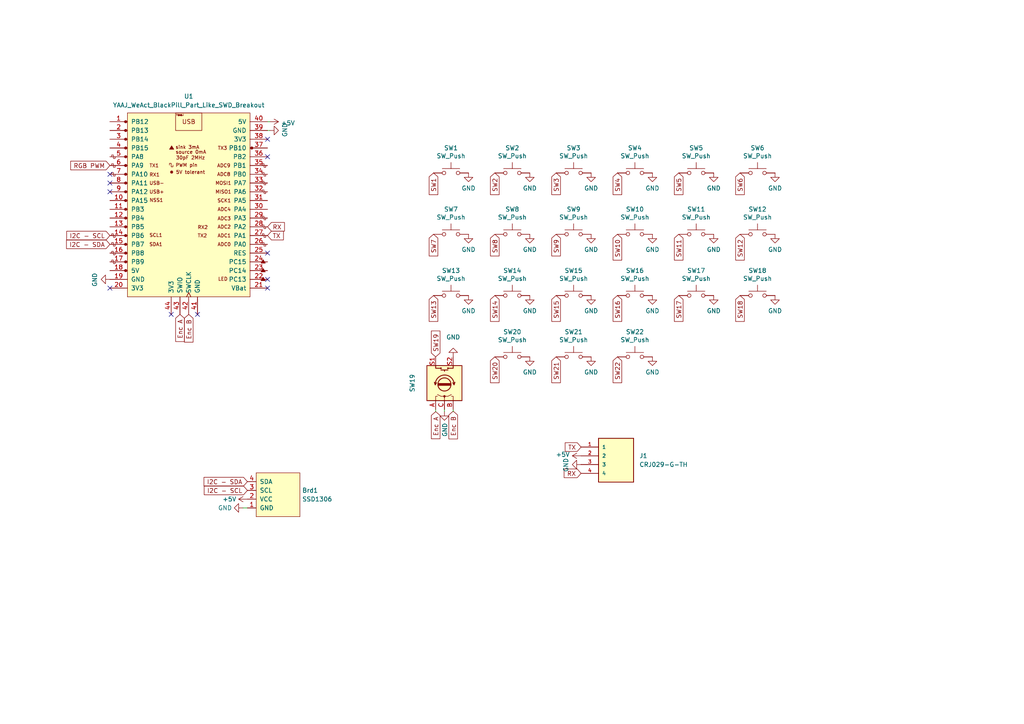
<source format=kicad_sch>
(kicad_sch (version 20211123) (generator eeschema)

  (uuid e63e39d7-6ac0-4ffd-8aa3-1841a4541b55)

  (paper "A4")

  (lib_symbols
    (symbol "CRJ029-G-TH:CRJ029-G-TH" (pin_names (offset 1.016)) (in_bom yes) (on_board yes)
      (property "Reference" "J" (id 0) (at -5.08 6.35 0)
        (effects (font (size 1.27 1.27)) (justify left bottom))
      )
      (property "Value" "CRJ029-G-TH" (id 1) (at -5.08 -8.89 0)
        (effects (font (size 1.27 1.27)) (justify left top))
      )
      (property "Footprint" "CUI_CRJ029-G-TH" (id 2) (at 0 0 0)
        (effects (font (size 1.27 1.27)) (justify bottom) hide)
      )
      (property "Datasheet" "" (id 3) (at 0 0 0)
        (effects (font (size 1.27 1.27)) hide)
      )
      (property "MAXIMUM_PACKAGE_HEIGHT" "14.75mm" (id 4) (at 0 0 0)
        (effects (font (size 1.27 1.27)) (justify bottom) hide)
      )
      (property "MANUFACTURER" "CUI Devices" (id 5) (at 0 0 0)
        (effects (font (size 1.27 1.27)) (justify bottom) hide)
      )
      (property "PARTREV" "1.0" (id 6) (at 0 0 0)
        (effects (font (size 1.27 1.27)) (justify bottom) hide)
      )
      (property "STANDARD" "Manufacturer Recommendations" (id 7) (at 0 0 0)
        (effects (font (size 1.27 1.27)) (justify bottom) hide)
      )
      (symbol "CRJ029-G-TH_0_0"
        (rectangle (start -5.08 -7.62) (end 5.08 5.08)
          (stroke (width 0.254) (type default) (color 0 0 0 0))
          (fill (type background))
        )
        (pin passive line (at -10.16 2.54 0) (length 5.08)
          (name "1" (effects (font (size 1.016 1.016))))
          (number "1" (effects (font (size 1.016 1.016))))
        )
        (pin passive line (at -10.16 0 0) (length 5.08)
          (name "2" (effects (font (size 1.016 1.016))))
          (number "2" (effects (font (size 1.016 1.016))))
        )
        (pin passive line (at -10.16 -2.54 0) (length 5.08)
          (name "3" (effects (font (size 1.016 1.016))))
          (number "3" (effects (font (size 1.016 1.016))))
        )
        (pin passive line (at -10.16 -5.08 0) (length 5.08)
          (name "4" (effects (font (size 1.016 1.016))))
          (number "4" (effects (font (size 1.016 1.016))))
        )
      )
    )
    (symbol "Device:RotaryEncoder_Switch" (pin_names (offset 0.254) hide) (in_bom yes) (on_board yes)
      (property "Reference" "SW" (id 0) (at 0 6.604 0)
        (effects (font (size 1.27 1.27)))
      )
      (property "Value" "RotaryEncoder_Switch" (id 1) (at 0 -6.604 0)
        (effects (font (size 1.27 1.27)))
      )
      (property "Footprint" "" (id 2) (at -3.81 4.064 0)
        (effects (font (size 1.27 1.27)) hide)
      )
      (property "Datasheet" "~" (id 3) (at 0 6.604 0)
        (effects (font (size 1.27 1.27)) hide)
      )
      (property "ki_keywords" "rotary switch encoder switch push button" (id 4) (at 0 0 0)
        (effects (font (size 1.27 1.27)) hide)
      )
      (property "ki_description" "Rotary encoder, dual channel, incremental quadrate outputs, with switch" (id 5) (at 0 0 0)
        (effects (font (size 1.27 1.27)) hide)
      )
      (property "ki_fp_filters" "RotaryEncoder*Switch*" (id 6) (at 0 0 0)
        (effects (font (size 1.27 1.27)) hide)
      )
      (symbol "RotaryEncoder_Switch_0_1"
        (rectangle (start -5.08 5.08) (end 5.08 -5.08)
          (stroke (width 0.254) (type default) (color 0 0 0 0))
          (fill (type background))
        )
        (circle (center -3.81 0) (radius 0.254)
          (stroke (width 0) (type default) (color 0 0 0 0))
          (fill (type outline))
        )
        (arc (start -0.381 -2.794) (mid 2.3622 -0.0635) (end -0.381 2.667)
          (stroke (width 0.254) (type default) (color 0 0 0 0))
          (fill (type none))
        )
        (circle (center -0.381 0) (radius 1.905)
          (stroke (width 0.254) (type default) (color 0 0 0 0))
          (fill (type none))
        )
        (polyline
          (pts
            (xy -0.635 -1.778)
            (xy -0.635 1.778)
          )
          (stroke (width 0.254) (type default) (color 0 0 0 0))
          (fill (type none))
        )
        (polyline
          (pts
            (xy -0.381 -1.778)
            (xy -0.381 1.778)
          )
          (stroke (width 0.254) (type default) (color 0 0 0 0))
          (fill (type none))
        )
        (polyline
          (pts
            (xy -0.127 1.778)
            (xy -0.127 -1.778)
          )
          (stroke (width 0.254) (type default) (color 0 0 0 0))
          (fill (type none))
        )
        (polyline
          (pts
            (xy 3.81 0)
            (xy 3.429 0)
          )
          (stroke (width 0.254) (type default) (color 0 0 0 0))
          (fill (type none))
        )
        (polyline
          (pts
            (xy 3.81 1.016)
            (xy 3.81 -1.016)
          )
          (stroke (width 0.254) (type default) (color 0 0 0 0))
          (fill (type none))
        )
        (polyline
          (pts
            (xy -5.08 -2.54)
            (xy -3.81 -2.54)
            (xy -3.81 -2.032)
          )
          (stroke (width 0) (type default) (color 0 0 0 0))
          (fill (type none))
        )
        (polyline
          (pts
            (xy -5.08 2.54)
            (xy -3.81 2.54)
            (xy -3.81 2.032)
          )
          (stroke (width 0) (type default) (color 0 0 0 0))
          (fill (type none))
        )
        (polyline
          (pts
            (xy 0.254 -3.048)
            (xy -0.508 -2.794)
            (xy 0.127 -2.413)
          )
          (stroke (width 0.254) (type default) (color 0 0 0 0))
          (fill (type none))
        )
        (polyline
          (pts
            (xy 0.254 2.921)
            (xy -0.508 2.667)
            (xy 0.127 2.286)
          )
          (stroke (width 0.254) (type default) (color 0 0 0 0))
          (fill (type none))
        )
        (polyline
          (pts
            (xy 5.08 -2.54)
            (xy 4.318 -2.54)
            (xy 4.318 -1.016)
          )
          (stroke (width 0.254) (type default) (color 0 0 0 0))
          (fill (type none))
        )
        (polyline
          (pts
            (xy 5.08 2.54)
            (xy 4.318 2.54)
            (xy 4.318 1.016)
          )
          (stroke (width 0.254) (type default) (color 0 0 0 0))
          (fill (type none))
        )
        (polyline
          (pts
            (xy -5.08 0)
            (xy -3.81 0)
            (xy -3.81 -1.016)
            (xy -3.302 -2.032)
          )
          (stroke (width 0) (type default) (color 0 0 0 0))
          (fill (type none))
        )
        (polyline
          (pts
            (xy -4.318 0)
            (xy -3.81 0)
            (xy -3.81 1.016)
            (xy -3.302 2.032)
          )
          (stroke (width 0) (type default) (color 0 0 0 0))
          (fill (type none))
        )
        (circle (center 4.318 -1.016) (radius 0.127)
          (stroke (width 0.254) (type default) (color 0 0 0 0))
          (fill (type none))
        )
        (circle (center 4.318 1.016) (radius 0.127)
          (stroke (width 0.254) (type default) (color 0 0 0 0))
          (fill (type none))
        )
      )
      (symbol "RotaryEncoder_Switch_1_1"
        (pin passive line (at -7.62 2.54 0) (length 2.54)
          (name "A" (effects (font (size 1.27 1.27))))
          (number "A" (effects (font (size 1.27 1.27))))
        )
        (pin passive line (at -7.62 -2.54 0) (length 2.54)
          (name "B" (effects (font (size 1.27 1.27))))
          (number "B" (effects (font (size 1.27 1.27))))
        )
        (pin passive line (at -7.62 0 0) (length 2.54)
          (name "C" (effects (font (size 1.27 1.27))))
          (number "C" (effects (font (size 1.27 1.27))))
        )
        (pin passive line (at 7.62 2.54 180) (length 2.54)
          (name "S1" (effects (font (size 1.27 1.27))))
          (number "S1" (effects (font (size 1.27 1.27))))
        )
        (pin passive line (at 7.62 -2.54 180) (length 2.54)
          (name "S2" (effects (font (size 1.27 1.27))))
          (number "S2" (effects (font (size 1.27 1.27))))
        )
      )
    )
    (symbol "SSD1306-128x64_OLED:SSD1306" (pin_names (offset 1.016)) (in_bom yes) (on_board yes)
      (property "Reference" "Brd" (id 0) (at 0 -3.81 0)
        (effects (font (size 1.27 1.27)))
      )
      (property "Value" "SSD1306" (id 1) (at 0 -1.27 0)
        (effects (font (size 1.27 1.27)))
      )
      (property "Footprint" "" (id 2) (at 0 6.35 0)
        (effects (font (size 1.27 1.27)) hide)
      )
      (property "Datasheet" "" (id 3) (at 0 6.35 0)
        (effects (font (size 1.27 1.27)) hide)
      )
      (property "ki_keywords" "SSD1306" (id 4) (at 0 0 0)
        (effects (font (size 1.27 1.27)) hide)
      )
      (property "ki_description" "SSD1306 OLED" (id 5) (at 0 0 0)
        (effects (font (size 1.27 1.27)) hide)
      )
      (property "ki_fp_filters" "SSD1306-128x64_OLED:SSD1306" (id 6) (at 0 0 0)
        (effects (font (size 1.27 1.27)) hide)
      )
      (symbol "SSD1306_0_1"
        (rectangle (start -6.35 6.35) (end 6.35 -6.35)
          (stroke (width 0) (type default) (color 0 0 0 0))
          (fill (type background))
        )
      )
      (symbol "SSD1306_1_1"
        (pin input line (at -3.81 8.89 270) (length 2.54)
          (name "GND" (effects (font (size 1.27 1.27))))
          (number "1" (effects (font (size 1.27 1.27))))
        )
        (pin input line (at -1.27 8.89 270) (length 2.54)
          (name "VCC" (effects (font (size 1.27 1.27))))
          (number "2" (effects (font (size 1.27 1.27))))
        )
        (pin input line (at 1.27 8.89 270) (length 2.54)
          (name "SCL" (effects (font (size 1.27 1.27))))
          (number "3" (effects (font (size 1.27 1.27))))
        )
        (pin input line (at 3.81 8.89 270) (length 2.54)
          (name "SDA" (effects (font (size 1.27 1.27))))
          (number "4" (effects (font (size 1.27 1.27))))
        )
      )
    )
    (symbol "Switch:SW_Push" (pin_numbers hide) (pin_names (offset 1.016) hide) (in_bom yes) (on_board yes)
      (property "Reference" "SW" (id 0) (at 1.27 2.54 0)
        (effects (font (size 1.27 1.27)) (justify left))
      )
      (property "Value" "SW_Push" (id 1) (at 0 -1.524 0)
        (effects (font (size 1.27 1.27)))
      )
      (property "Footprint" "" (id 2) (at 0 5.08 0)
        (effects (font (size 1.27 1.27)) hide)
      )
      (property "Datasheet" "~" (id 3) (at 0 5.08 0)
        (effects (font (size 1.27 1.27)) hide)
      )
      (property "ki_keywords" "switch normally-open pushbutton push-button" (id 4) (at 0 0 0)
        (effects (font (size 1.27 1.27)) hide)
      )
      (property "ki_description" "Push button switch, generic, two pins" (id 5) (at 0 0 0)
        (effects (font (size 1.27 1.27)) hide)
      )
      (symbol "SW_Push_0_1"
        (circle (center -2.032 0) (radius 0.508)
          (stroke (width 0) (type default) (color 0 0 0 0))
          (fill (type none))
        )
        (polyline
          (pts
            (xy 0 1.27)
            (xy 0 3.048)
          )
          (stroke (width 0) (type default) (color 0 0 0 0))
          (fill (type none))
        )
        (polyline
          (pts
            (xy 2.54 1.27)
            (xy -2.54 1.27)
          )
          (stroke (width 0) (type default) (color 0 0 0 0))
          (fill (type none))
        )
        (circle (center 2.032 0) (radius 0.508)
          (stroke (width 0) (type default) (color 0 0 0 0))
          (fill (type none))
        )
        (pin passive line (at -5.08 0 0) (length 2.54)
          (name "1" (effects (font (size 1.27 1.27))))
          (number "1" (effects (font (size 1.27 1.27))))
        )
        (pin passive line (at 5.08 0 180) (length 2.54)
          (name "2" (effects (font (size 1.27 1.27))))
          (number "2" (effects (font (size 1.27 1.27))))
        )
      )
    )
    (symbol "YAAJ_WeAct_BlackPill_Part_Like_SWD_Breakout:YAAJ_WeAct_BlackPill_Part_Like_SWD_Breakout" (pin_names (offset 1.016)) (in_bom yes) (on_board yes)
      (property "Reference" "U" (id 0) (at -17.526 27.94 0)
        (effects (font (size 1.27 1.27)))
      )
      (property "Value" "YAAJ_WeAct_BlackPill_Part_Like_SWD_Breakout" (id 1) (at 9.144 27.94 0)
        (effects (font (size 1.27 1.27)))
      )
      (property "Footprint" "Kicad-STM32:YAAJ_WeAct_BlackPill_SWD_2" (id 2) (at 0.254 -44.45 0)
        (effects (font (size 1.27 1.27)) hide)
      )
      (property "Datasheet" "" (id 3) (at 20.32 -25.4 0)
        (effects (font (size 1.27 1.27)) hide)
      )
      (property "ki_keywords" "module black pill STM32 SWD" (id 4) (at 0 0 0)
        (effects (font (size 1.27 1.27)) hide)
      )
      (property "ki_description" "WeAct STM32F401/411 Black Pill ; not KLC compliant ; SWD broken out" (id 5) (at 0 0 0)
        (effects (font (size 1.27 1.27)) hide)
      )
      (symbol "YAAJ_WeAct_BlackPill_Part_Like_SWD_Breakout_0_0"
        (circle (center -18.288 -20.32) (radius 0.3556)
          (stroke (width 0) (type default) (color 0 0 0 0))
          (fill (type outline))
        )
        (circle (center -18.288 -17.78) (radius 0.3556)
          (stroke (width 0) (type default) (color 0 0 0 0))
          (fill (type outline))
        )
        (circle (center -18.288 -15.24) (radius 0.3556)
          (stroke (width 0) (type default) (color 0 0 0 0))
          (fill (type outline))
        )
        (circle (center -18.288 -12.7) (radius 0.3556)
          (stroke (width 0) (type default) (color 0 0 0 0))
          (fill (type outline))
        )
        (circle (center -18.288 -10.16) (radius 0.3556)
          (stroke (width 0) (type default) (color 0 0 0 0))
          (fill (type outline))
        )
        (circle (center -18.288 -7.62) (radius 0.3556)
          (stroke (width 0) (type default) (color 0 0 0 0))
          (fill (type outline))
        )
        (circle (center -18.288 -5.08) (radius 0.3556)
          (stroke (width 0) (type default) (color 0 0 0 0))
          (fill (type outline))
        )
        (circle (center -18.288 -2.54) (radius 0.3556)
          (stroke (width 0) (type default) (color 0 0 0 0))
          (fill (type outline))
        )
        (circle (center -18.288 0) (radius 0.3556)
          (stroke (width 0) (type default) (color 0 0 0 0))
          (fill (type outline))
        )
        (circle (center -18.288 2.54) (radius 0.3556)
          (stroke (width 0) (type default) (color 0 0 0 0))
          (fill (type outline))
        )
        (circle (center -18.288 5.08) (radius 0.3556)
          (stroke (width 0) (type default) (color 0 0 0 0))
          (fill (type outline))
        )
        (circle (center -18.288 7.62) (radius 0.3556)
          (stroke (width 0) (type default) (color 0 0 0 0))
          (fill (type outline))
        )
        (circle (center -18.288 10.16) (radius 0.3556)
          (stroke (width 0) (type default) (color 0 0 0 0))
          (fill (type outline))
        )
        (circle (center -18.288 12.7) (radius 0.3556)
          (stroke (width 0) (type default) (color 0 0 0 0))
          (fill (type outline))
        )
        (circle (center -18.288 15.24) (radius 0.3556)
          (stroke (width 0) (type default) (color 0 0 0 0))
          (fill (type outline))
        )
        (circle (center -18.288 17.78) (radius 0.3556)
          (stroke (width 0) (type default) (color 0 0 0 0))
          (fill (type outline))
        )
        (circle (center -18.288 22.86) (radius 0.3556)
          (stroke (width 0) (type default) (color 0 0 0 0))
          (fill (type outline))
        )
        (circle (center -4.953 8.255) (radius 0.127)
          (stroke (width 0) (type default) (color 0 0 0 0))
          (fill (type outline))
        )
        (circle (center -4.953 8.255) (radius 0.254)
          (stroke (width 0) (type default) (color 0 0 0 0))
          (fill (type none))
        )
        (circle (center -4.953 8.255) (radius 0.3556)
          (stroke (width 0) (type default) (color 0 0 0 0))
          (fill (type none))
        )
        (polyline
          (pts
            (xy -5.588 14.859)
            (xy -4.953 15.875)
            (xy -4.318 14.859)
            (xy -5.588 14.859)
            (xy -4.953 15.748)
            (xy -4.445 14.859)
            (xy -5.461 14.986)
            (xy -4.953 15.621)
            (xy -4.572 14.859)
            (xy -5.334 15.113)
            (xy -4.826 15.494)
            (xy -4.699 14.859)
            (xy -5.207 15.24)
            (xy -4.699 15.367)
            (xy -4.826 14.986)
            (xy -5.08 15.24)
            (xy -4.826 15.113)
            (xy -4.953 15.367)
          )
          (stroke (width 0) (type default) (color 0 0 0 0))
          (fill (type none))
        )
        (polyline
          (pts
            (xy 20.955 -23.241)
            (xy 21.59 -22.225)
            (xy 22.225 -23.241)
            (xy 20.955 -23.241)
            (xy 21.59 -22.352)
            (xy 22.098 -23.241)
            (xy 21.082 -23.114)
            (xy 21.59 -22.479)
            (xy 21.971 -23.241)
            (xy 21.209 -22.987)
            (xy 21.717 -22.606)
            (xy 21.844 -23.241)
            (xy 21.336 -22.86)
            (xy 21.844 -22.733)
            (xy 21.717 -23.114)
            (xy 21.463 -22.86)
            (xy 21.717 -22.987)
            (xy 21.59 -22.733)
          )
          (stroke (width 0) (type default) (color 0 0 0 0))
          (fill (type none))
        )
        (polyline
          (pts
            (xy 20.955 -20.701)
            (xy 21.59 -19.685)
            (xy 22.225 -20.701)
            (xy 20.955 -20.701)
            (xy 21.59 -19.812)
            (xy 22.098 -20.701)
            (xy 21.082 -20.574)
            (xy 21.59 -19.939)
            (xy 21.971 -20.701)
            (xy 21.209 -20.447)
            (xy 21.717 -20.066)
            (xy 21.844 -20.701)
            (xy 21.336 -20.32)
            (xy 21.844 -20.193)
            (xy 21.717 -20.574)
            (xy 21.463 -20.32)
            (xy 21.717 -20.447)
            (xy 21.59 -20.193)
          )
          (stroke (width 0) (type default) (color 0 0 0 0))
          (fill (type none))
        )
        (polyline
          (pts
            (xy 20.955 -18.161)
            (xy 21.59 -17.145)
            (xy 22.225 -18.161)
            (xy 20.955 -18.161)
            (xy 21.59 -17.272)
            (xy 22.098 -18.161)
            (xy 21.082 -18.034)
            (xy 21.59 -17.399)
            (xy 21.971 -18.161)
            (xy 21.209 -17.907)
            (xy 21.717 -17.526)
            (xy 21.844 -18.161)
            (xy 21.336 -17.78)
            (xy 21.844 -17.653)
            (xy 21.717 -18.034)
            (xy 21.463 -17.78)
            (xy 21.717 -17.907)
            (xy 21.59 -17.653)
          )
          (stroke (width 0) (type default) (color 0 0 0 0))
          (fill (type none))
        )
        (circle (center 18.288 15.24) (radius 0.254)
          (stroke (width 0) (type default) (color 0 0 0 0))
          (fill (type outline))
        )
        (circle (center 18.288 15.24) (radius 0.3556)
          (stroke (width 0) (type default) (color 0 0 0 0))
          (fill (type none))
        )
        (text "30pF 2MHz" (at 0.508 12.446 0)
          (effects (font (size 0.9906 0.9906)))
        )
        (text "5V tolerant" (at 0.508 8.255 0)
          (effects (font (size 0.9906 0.9906)))
        )
        (text "ADC0" (at 10.287 -12.7 0)
          (effects (font (size 0.9906 0.9906)))
        )
        (text "ADC1" (at 10.287 -10.16 0)
          (effects (font (size 0.9906 0.9906)))
        )
        (text "ADC2" (at 10.287 -7.62 0)
          (effects (font (size 0.9906 0.9906)))
        )
        (text "ADC3" (at 10.287 -5.207 0)
          (effects (font (size 0.9906 0.9906)))
        )
        (text "ADC4" (at 10.287 -2.54 0)
          (effects (font (size 0.9906 0.9906)))
        )
        (text "ADC8" (at 10.16 7.62 0)
          (effects (font (size 0.9906 0.9906)))
        )
        (text "ADC9" (at 10.16 10.16 0)
          (effects (font (size 0.9906 0.9906)))
        )
        (text "LED" (at 9.906 -22.733 0)
          (effects (font (size 0.9906 0.9906)))
        )
        (text "MISO1" (at 10.033 2.54 0)
          (effects (font (size 0.9906 0.9906)))
        )
        (text "MOSI1" (at 10.033 5.08 0)
          (effects (font (size 0.9906 0.9906)))
        )
        (text "NSS1" (at -9.398 0.127 0)
          (effects (font (size 0.9906 0.9906)))
        )
        (text "PWM pin" (at -0.635 10.287 0)
          (effects (font (size 0.9906 0.9906)))
        )
        (text "RX1" (at -9.906 7.493 0)
          (effects (font (size 0.9906 0.9906)))
        )
        (text "RX2" (at 4.064 -7.747 0)
          (effects (font (size 0.9906 0.9906)))
        )
        (text "SCK1" (at 10.287 0 0)
          (effects (font (size 0.9906 0.9906)))
        )
        (text "SCL1" (at -9.525 -10.033 0)
          (effects (font (size 0.9906 0.9906)))
        )
        (text "SDA1" (at -9.525 -12.7 0)
          (effects (font (size 0.9906 0.9906)))
        )
        (text "sink 3mA" (at -0.381 15.494 0)
          (effects (font (size 0.9906 0.9906)))
        )
        (text "source 0mA" (at 0.635 14.097 0)
          (effects (font (size 0.9906 0.9906)))
        )
        (text "TX1" (at -10.033 10.16 0)
          (effects (font (size 0.9906 0.9906)))
        )
        (text "TX2" (at 3.937 -10.16 0)
          (effects (font (size 0.9906 0.9906)))
        )
        (text "TX3" (at 9.779 15.24 0)
          (effects (font (size 0.9906 0.9906)))
        )
        (text "USB" (at 0 22.86 0)
          (effects (font (size 1.27 1.27)))
        )
        (text "USB+" (at -9.271 2.54 0)
          (effects (font (size 0.9906 0.9906)))
        )
        (text "USB-" (at -9.271 5.08 0)
          (effects (font (size 0.9906 0.9906)))
        )
        (text "Y@@J" (at -2.5654 24.8412 0)
          (effects (font (size 0.508 0.508)))
        )
      )
      (symbol "YAAJ_WeAct_BlackPill_Part_Like_SWD_Breakout_0_1"
        (rectangle (start -17.78 25.4) (end 17.78 -27.94)
          (stroke (width 0) (type default) (color 0 0 0 0))
          (fill (type background))
        )
        (polyline
          (pts
            (xy -21.336 -17.78)
            (xy -21.336 -18.288)
            (xy -21.844 -18.288)
            (xy -21.844 -17.272)
            (xy -22.352 -17.272)
            (xy -22.352 -17.78)
          )
          (stroke (width 0) (type default) (color 0 0 0 0))
          (fill (type none))
        )
        (polyline
          (pts
            (xy -21.336 -15.24)
            (xy -21.336 -15.748)
            (xy -21.844 -15.748)
            (xy -21.844 -14.732)
            (xy -22.352 -14.732)
            (xy -22.352 -15.24)
          )
          (stroke (width 0) (type default) (color 0 0 0 0))
          (fill (type none))
        )
        (polyline
          (pts
            (xy -21.336 -12.7)
            (xy -21.336 -13.208)
            (xy -21.844 -13.208)
            (xy -21.844 -12.192)
            (xy -22.352 -12.192)
            (xy -22.352 -12.7)
          )
          (stroke (width 0) (type default) (color 0 0 0 0))
          (fill (type none))
        )
        (polyline
          (pts
            (xy -21.336 -10.16)
            (xy -21.336 -10.668)
            (xy -21.844 -10.668)
            (xy -21.844 -9.652)
            (xy -22.352 -9.652)
            (xy -22.352 -10.16)
          )
          (stroke (width 0) (type default) (color 0 0 0 0))
          (fill (type none))
        )
        (polyline
          (pts
            (xy -21.336 7.62)
            (xy -21.336 7.112)
            (xy -21.844 7.112)
            (xy -21.844 8.128)
            (xy -22.352 8.128)
            (xy -22.352 7.62)
          )
          (stroke (width 0) (type default) (color 0 0 0 0))
          (fill (type none))
        )
        (polyline
          (pts
            (xy -21.336 10.16)
            (xy -21.336 9.652)
            (xy -21.844 9.652)
            (xy -21.844 10.668)
            (xy -22.352 10.668)
            (xy -22.352 10.16)
          )
          (stroke (width 0) (type default) (color 0 0 0 0))
          (fill (type none))
        )
        (polyline
          (pts
            (xy -21.336 12.7)
            (xy -21.336 12.192)
            (xy -21.844 12.192)
            (xy -21.844 13.208)
            (xy -22.352 13.208)
            (xy -22.352 12.7)
          )
          (stroke (width 0) (type default) (color 0 0 0 0))
          (fill (type none))
        )
        (polyline
          (pts
            (xy -4.572 10.287)
            (xy -4.572 9.779)
            (xy -5.08 9.779)
            (xy -5.08 10.795)
            (xy -5.588 10.795)
            (xy -5.588 10.287)
          )
          (stroke (width 0) (type default) (color 0 0 0 0))
          (fill (type none))
        )
        (polyline
          (pts
            (xy 22.352 -12.7)
            (xy 22.352 -13.208)
            (xy 21.844 -13.208)
            (xy 21.844 -12.192)
            (xy 21.336 -12.192)
            (xy 21.336 -12.7)
          )
          (stroke (width 0) (type default) (color 0 0 0 0))
          (fill (type none))
        )
        (polyline
          (pts
            (xy 22.352 -10.16)
            (xy 22.352 -10.668)
            (xy 21.844 -10.668)
            (xy 21.844 -9.652)
            (xy 21.336 -9.652)
            (xy 21.336 -10.16)
          )
          (stroke (width 0) (type default) (color 0 0 0 0))
          (fill (type none))
        )
        (polyline
          (pts
            (xy 22.352 -7.62)
            (xy 22.352 -8.128)
            (xy 21.844 -8.128)
            (xy 21.844 -7.112)
            (xy 21.336 -7.112)
            (xy 21.336 -7.62)
          )
          (stroke (width 0) (type default) (color 0 0 0 0))
          (fill (type none))
        )
        (polyline
          (pts
            (xy 22.352 -5.08)
            (xy 22.352 -5.588)
            (xy 21.844 -5.588)
            (xy 21.844 -4.572)
            (xy 21.336 -4.572)
            (xy 21.336 -5.08)
          )
          (stroke (width 0) (type default) (color 0 0 0 0))
          (fill (type none))
        )
        (polyline
          (pts
            (xy 22.352 2.54)
            (xy 22.352 2.032)
            (xy 21.844 2.032)
            (xy 21.844 3.048)
            (xy 21.336 3.048)
            (xy 21.336 2.54)
          )
          (stroke (width 0) (type default) (color 0 0 0 0))
          (fill (type none))
        )
        (polyline
          (pts
            (xy 22.352 5.08)
            (xy 22.352 4.572)
            (xy 21.844 4.572)
            (xy 21.844 5.588)
            (xy 21.336 5.588)
            (xy 21.336 5.08)
          )
          (stroke (width 0) (type default) (color 0 0 0 0))
          (fill (type none))
        )
        (polyline
          (pts
            (xy 22.352 7.62)
            (xy 22.352 7.112)
            (xy 21.844 7.112)
            (xy 21.844 8.128)
            (xy 21.336 8.128)
            (xy 21.336 7.62)
          )
          (stroke (width 0) (type default) (color 0 0 0 0))
          (fill (type none))
        )
        (polyline
          (pts
            (xy 22.352 10.16)
            (xy 22.352 9.652)
            (xy 21.844 9.652)
            (xy 21.844 10.668)
            (xy 21.336 10.668)
            (xy 21.336 10.16)
          )
          (stroke (width 0) (type default) (color 0 0 0 0))
          (fill (type none))
        )
        (rectangle (start 3.81 25.4) (end -3.81 20.32)
          (stroke (width 0) (type default) (color 0 0 0 0))
          (fill (type none))
        )
      )
      (symbol "YAAJ_WeAct_BlackPill_Part_Like_SWD_Breakout_1_1"
        (circle (center -18.288 20.32) (radius 0.3556)
          (stroke (width 0) (type default) (color 0 0 0 0))
          (fill (type outline))
        )
        (pin bidirectional line (at -22.86 22.86 0) (length 5.08)
          (name "PB12" (effects (font (size 1.27 1.27))))
          (number "1" (effects (font (size 1.27 1.27))))
        )
        (pin bidirectional line (at -22.86 0 0) (length 5.08)
          (name "PA15" (effects (font (size 1.27 1.27))))
          (number "10" (effects (font (size 1.27 1.27))))
        )
        (pin bidirectional line (at -22.86 -2.54 0) (length 5.08)
          (name "PB3" (effects (font (size 1.27 1.27))))
          (number "11" (effects (font (size 1.27 1.27))))
        )
        (pin bidirectional line (at -22.86 -5.08 0) (length 5.08)
          (name "PB4" (effects (font (size 1.27 1.27))))
          (number "12" (effects (font (size 1.27 1.27))))
        )
        (pin bidirectional line (at -22.86 -7.62 0) (length 5.08)
          (name "PB5" (effects (font (size 1.27 1.27))))
          (number "13" (effects (font (size 1.27 1.27))))
        )
        (pin bidirectional line (at -22.86 -10.16 0) (length 5.08)
          (name "PB6" (effects (font (size 1.27 1.27))))
          (number "14" (effects (font (size 1.27 1.27))))
        )
        (pin bidirectional line (at -22.86 -12.7 0) (length 5.08)
          (name "PB7" (effects (font (size 1.27 1.27))))
          (number "15" (effects (font (size 1.27 1.27))))
        )
        (pin bidirectional line (at -22.86 -15.24 0) (length 5.08)
          (name "PB8" (effects (font (size 1.27 1.27))))
          (number "16" (effects (font (size 1.27 1.27))))
        )
        (pin bidirectional line (at -22.86 -17.78 0) (length 5.08)
          (name "PB9" (effects (font (size 1.27 1.27))))
          (number "17" (effects (font (size 1.27 1.27))))
        )
        (pin power_in line (at -22.86 -20.32 0) (length 5.08)
          (name "5V" (effects (font (size 1.27 1.27))))
          (number "18" (effects (font (size 1.27 1.27))))
        )
        (pin power_in line (at -22.86 -22.86 0) (length 5.08)
          (name "GND" (effects (font (size 1.27 1.27))))
          (number "19" (effects (font (size 1.27 1.27))))
        )
        (pin bidirectional line (at -22.86 20.32 0) (length 5.08)
          (name "PB13" (effects (font (size 1.27 1.27))))
          (number "2" (effects (font (size 1.27 1.27))))
        )
        (pin power_in line (at -22.86 -25.4 0) (length 5.08)
          (name "3V3" (effects (font (size 1.27 1.27))))
          (number "20" (effects (font (size 1.27 1.27))))
        )
        (pin power_in line (at 22.86 -25.4 180) (length 5.08)
          (name "VBat" (effects (font (size 1.27 1.27))))
          (number "21" (effects (font (size 1.27 1.27))))
        )
        (pin bidirectional line (at 22.86 -22.86 180) (length 5.08)
          (name "PC13" (effects (font (size 1.27 1.27))))
          (number "22" (effects (font (size 1.27 1.27))))
        )
        (pin bidirectional line (at 22.86 -20.32 180) (length 5.08)
          (name "PC14" (effects (font (size 1.27 1.27))))
          (number "23" (effects (font (size 1.27 1.27))))
        )
        (pin bidirectional line (at 22.86 -17.78 180) (length 5.08)
          (name "PC15" (effects (font (size 1.27 1.27))))
          (number "24" (effects (font (size 1.27 1.27))))
        )
        (pin input line (at 22.86 -15.24 180) (length 5.08)
          (name "RES" (effects (font (size 1.27 1.27))))
          (number "25" (effects (font (size 1.27 1.27))))
        )
        (pin bidirectional line (at 22.86 -12.7 180) (length 5.08)
          (name "PA0" (effects (font (size 1.27 1.27))))
          (number "26" (effects (font (size 1.27 1.27))))
        )
        (pin bidirectional line (at 22.86 -10.16 180) (length 5.08)
          (name "PA1" (effects (font (size 1.27 1.27))))
          (number "27" (effects (font (size 1.27 1.27))))
        )
        (pin bidirectional line (at 22.86 -7.62 180) (length 5.08)
          (name "PA2" (effects (font (size 1.27 1.27))))
          (number "28" (effects (font (size 1.27 1.27))))
        )
        (pin bidirectional line (at 22.86 -5.08 180) (length 5.08)
          (name "PA3" (effects (font (size 1.27 1.27))))
          (number "29" (effects (font (size 1.27 1.27))))
        )
        (pin bidirectional line (at -22.86 17.78 0) (length 5.08)
          (name "PB14" (effects (font (size 1.27 1.27))))
          (number "3" (effects (font (size 1.27 1.27))))
        )
        (pin bidirectional line (at 22.86 -2.54 180) (length 5.08)
          (name "PA4" (effects (font (size 1.27 1.27))))
          (number "30" (effects (font (size 1.27 1.27))))
        )
        (pin bidirectional line (at 22.86 0 180) (length 5.08)
          (name "PA5" (effects (font (size 1.27 1.27))))
          (number "31" (effects (font (size 1.27 1.27))))
        )
        (pin bidirectional line (at 22.86 2.54 180) (length 5.08)
          (name "PA6" (effects (font (size 1.27 1.27))))
          (number "32" (effects (font (size 1.27 1.27))))
        )
        (pin bidirectional line (at 22.86 5.08 180) (length 5.08)
          (name "PA7" (effects (font (size 1.27 1.27))))
          (number "33" (effects (font (size 1.27 1.27))))
        )
        (pin bidirectional line (at 22.86 7.62 180) (length 5.08)
          (name "PB0" (effects (font (size 1.27 1.27))))
          (number "34" (effects (font (size 1.27 1.27))))
        )
        (pin bidirectional line (at 22.86 10.16 180) (length 5.08)
          (name "PB1" (effects (font (size 1.27 1.27))))
          (number "35" (effects (font (size 1.27 1.27))))
        )
        (pin bidirectional line (at 22.86 12.7 180) (length 5.08)
          (name "PB2" (effects (font (size 1.27 1.27))))
          (number "36" (effects (font (size 1.27 1.27))))
        )
        (pin bidirectional line (at 22.86 15.24 180) (length 5.08)
          (name "PB10" (effects (font (size 1.27 1.27))))
          (number "37" (effects (font (size 1.27 1.27))))
        )
        (pin power_in line (at 22.86 17.78 180) (length 5.08)
          (name "3V3" (effects (font (size 1.27 1.27))))
          (number "38" (effects (font (size 1.27 1.27))))
        )
        (pin power_in line (at 22.86 20.32 180) (length 5.08)
          (name "GND" (effects (font (size 1.27 1.27))))
          (number "39" (effects (font (size 1.27 1.27))))
        )
        (pin bidirectional line (at -22.86 15.24 0) (length 5.08)
          (name "PB15" (effects (font (size 1.27 1.27))))
          (number "4" (effects (font (size 1.27 1.27))))
        )
        (pin power_in line (at 22.86 22.86 180) (length 5.08)
          (name "5V" (effects (font (size 1.27 1.27))))
          (number "40" (effects (font (size 1.27 1.27))))
        )
        (pin power_in line (at 2.54 -33.02 90) (length 5.08)
          (name "GND" (effects (font (size 1.27 1.27))))
          (number "41" (effects (font (size 1.27 1.27))))
        )
        (pin bidirectional clock (at 0 -33.02 90) (length 5.08)
          (name "SWCLK" (effects (font (size 1.27 1.27))))
          (number "42" (effects (font (size 1.27 1.27))))
        )
        (pin bidirectional line (at -2.54 -33.02 90) (length 5.08)
          (name "SWIO" (effects (font (size 1.27 1.27))))
          (number "43" (effects (font (size 1.27 1.27))))
        )
        (pin power_in line (at -5.08 -33.02 90) (length 5.08)
          (name "3V3" (effects (font (size 1.27 1.27))))
          (number "44" (effects (font (size 1.27 1.27))))
        )
        (pin bidirectional line (at -22.86 12.7 0) (length 5.08)
          (name "PA8" (effects (font (size 1.27 1.27))))
          (number "5" (effects (font (size 1.27 1.27))))
        )
        (pin bidirectional line (at -22.86 10.16 0) (length 5.08)
          (name "PA9" (effects (font (size 1.27 1.27))))
          (number "6" (effects (font (size 1.27 1.27))))
        )
        (pin bidirectional line (at -22.86 7.62 0) (length 5.08)
          (name "PA10" (effects (font (size 1.27 1.27))))
          (number "7" (effects (font (size 1.27 1.27))))
        )
        (pin bidirectional line (at -22.86 5.08 0) (length 5.08)
          (name "PA11" (effects (font (size 1.27 1.27))))
          (number "8" (effects (font (size 1.27 1.27))))
        )
        (pin bidirectional line (at -22.86 2.54 0) (length 5.08)
          (name "PA12" (effects (font (size 1.27 1.27))))
          (number "9" (effects (font (size 1.27 1.27))))
        )
      )
    )
    (symbol "power:+5V" (power) (pin_names (offset 0)) (in_bom yes) (on_board yes)
      (property "Reference" "#PWR" (id 0) (at 0 -3.81 0)
        (effects (font (size 1.27 1.27)) hide)
      )
      (property "Value" "+5V" (id 1) (at 0 3.556 0)
        (effects (font (size 1.27 1.27)))
      )
      (property "Footprint" "" (id 2) (at 0 0 0)
        (effects (font (size 1.27 1.27)) hide)
      )
      (property "Datasheet" "" (id 3) (at 0 0 0)
        (effects (font (size 1.27 1.27)) hide)
      )
      (property "ki_keywords" "power-flag" (id 4) (at 0 0 0)
        (effects (font (size 1.27 1.27)) hide)
      )
      (property "ki_description" "Power symbol creates a global label with name \"+5V\"" (id 5) (at 0 0 0)
        (effects (font (size 1.27 1.27)) hide)
      )
      (symbol "+5V_0_1"
        (polyline
          (pts
            (xy -0.762 1.27)
            (xy 0 2.54)
          )
          (stroke (width 0) (type default) (color 0 0 0 0))
          (fill (type none))
        )
        (polyline
          (pts
            (xy 0 0)
            (xy 0 2.54)
          )
          (stroke (width 0) (type default) (color 0 0 0 0))
          (fill (type none))
        )
        (polyline
          (pts
            (xy 0 2.54)
            (xy 0.762 1.27)
          )
          (stroke (width 0) (type default) (color 0 0 0 0))
          (fill (type none))
        )
      )
      (symbol "+5V_1_1"
        (pin power_in line (at 0 0 90) (length 0) hide
          (name "+5V" (effects (font (size 1.27 1.27))))
          (number "1" (effects (font (size 1.27 1.27))))
        )
      )
    )
    (symbol "power:GND" (power) (pin_names (offset 0)) (in_bom yes) (on_board yes)
      (property "Reference" "#PWR" (id 0) (at 0 -6.35 0)
        (effects (font (size 1.27 1.27)) hide)
      )
      (property "Value" "GND" (id 1) (at 0 -3.81 0)
        (effects (font (size 1.27 1.27)))
      )
      (property "Footprint" "" (id 2) (at 0 0 0)
        (effects (font (size 1.27 1.27)) hide)
      )
      (property "Datasheet" "" (id 3) (at 0 0 0)
        (effects (font (size 1.27 1.27)) hide)
      )
      (property "ki_keywords" "power-flag" (id 4) (at 0 0 0)
        (effects (font (size 1.27 1.27)) hide)
      )
      (property "ki_description" "Power symbol creates a global label with name \"GND\" , ground" (id 5) (at 0 0 0)
        (effects (font (size 1.27 1.27)) hide)
      )
      (symbol "GND_0_1"
        (polyline
          (pts
            (xy 0 0)
            (xy 0 -1.27)
            (xy 1.27 -1.27)
            (xy 0 -2.54)
            (xy -1.27 -1.27)
            (xy 0 -1.27)
          )
          (stroke (width 0) (type default) (color 0 0 0 0))
          (fill (type none))
        )
      )
      (symbol "GND_1_1"
        (pin power_in line (at 0 0 270) (length 0) hide
          (name "GND" (effects (font (size 1.27 1.27))))
          (number "1" (effects (font (size 1.27 1.27))))
        )
      )
    )
  )


  (no_connect (at 31.877 55.626) (uuid 2f86a7e4-5198-44a2-ade0-2f6765ecdfb0))
  (no_connect (at 57.277 91.186) (uuid 6e7164ef-795e-4462-9b98-8f065e72929a))
  (no_connect (at 77.597 73.406) (uuid 827f0fb4-b2ac-409b-b10d-49e7a9293d09))
  (no_connect (at 31.877 53.086) (uuid 8c494fa1-4079-4d55-b329-2ad9e636de09))
  (no_connect (at 77.597 83.566) (uuid abc2c10b-1a97-4b6e-ad1c-fb0afc6f12b0))
  (no_connect (at 31.877 50.546) (uuid bcdd491f-378b-4f55-891f-b3b1b61ffd87))
  (no_connect (at 77.597 40.386) (uuid c0d7cd88-cec5-4f4a-af98-e7d5ff3a4b4d))
  (no_connect (at 49.657 91.186) (uuid d046539c-f835-42fe-8a06-d83850171640))
  (no_connect (at 77.597 45.466) (uuid de103fda-72c6-4714-a513-92c6bbd7ae97))
  (no_connect (at 77.597 81.026) (uuid e584ee2a-c6a1-4bbd-9dfb-cd0b80852285))
  (no_connect (at 31.877 83.566) (uuid f97971eb-0473-453e-99eb-9f35b9a34fa6))

  (wire (pts (xy 70.485 147.32) (xy 71.755 147.32))
    (stroke (width 0) (type default) (color 0 0 0 0))
    (uuid 6efbb2ed-07e8-46f4-b3f4-8edf11787ccc)
  )
  (wire (pts (xy 126.365 119.38) (xy 126.365 118.745))
    (stroke (width 0) (type default) (color 0 0 0 0))
    (uuid c15aacfe-9c7e-4223-b09d-b441a66532ad)
  )
  (wire (pts (xy 131.445 119.38) (xy 131.445 118.745))
    (stroke (width 0) (type default) (color 0 0 0 0))
    (uuid c1c0faec-45ef-4cd7-af59-f984145d1eda)
  )
  (wire (pts (xy 78.232 37.846) (xy 77.597 37.846))
    (stroke (width 0) (type default) (color 0 0 0 0))
    (uuid c4f83180-7e6c-41cc-8bb5-6746198d7a48)
  )
  (wire (pts (xy 78.232 35.306) (xy 77.597 35.306))
    (stroke (width 0) (type default) (color 0 0 0 0))
    (uuid cfbbe0c4-7c9d-45f0-b28c-f37c884f594a)
  )
  (wire (pts (xy 128.905 119.38) (xy 128.905 118.745))
    (stroke (width 0) (type default) (color 0 0 0 0))
    (uuid d1c6839c-4ac0-4956-9ccc-ba34beb74758)
  )

  (global_label "SW3" (shape input) (at 161.29 50.165 270) (fields_autoplaced)
    (effects (font (size 1.27 1.27)) (justify right))
    (uuid 0190be17-4203-4d73-b4b3-f53307e93eab)
    (property "Intersheet References" "${INTERSHEET_REFS}" (id 0) (at 161.2106 56.4486 90)
      (effects (font (size 1.27 1.27)) (justify right) hide)
    )
  )
  (global_label "RX" (shape input) (at 77.597 65.786 0) (fields_autoplaced)
    (effects (font (size 1.27 1.27)) (justify left))
    (uuid 0577348a-f9d6-4b4e-8d09-251b9a893d40)
    (property "Intersheet References" "${INTERSHEET_REFS}" (id 0) (at 82.4896 65.7066 0)
      (effects (font (size 1.27 1.27)) (justify left) hide)
    )
  )
  (global_label "Enc B" (shape input) (at 54.737 91.186 270) (fields_autoplaced)
    (effects (font (size 1.27 1.27)) (justify right))
    (uuid 0a97077b-d6be-4ba2-8777-5cf34e1bab6d)
    (property "Intersheet References" "${INTERSHEET_REFS}" (id 0) (at 54.6576 99.2234 90)
      (effects (font (size 1.27 1.27)) (justify right) hide)
    )
  )
  (global_label "SW12" (shape input) (at 214.63 67.945 270) (fields_autoplaced)
    (effects (font (size 1.27 1.27)) (justify right))
    (uuid 0c134900-0832-44fb-88b8-069f41ed3b33)
    (property "Intersheet References" "${INTERSHEET_REFS}" (id 0) (at 214.5506 75.4381 90)
      (effects (font (size 1.27 1.27)) (justify right) hide)
    )
  )
  (global_label "SW4" (shape input) (at 179.07 50.165 270) (fields_autoplaced)
    (effects (font (size 1.27 1.27)) (justify right))
    (uuid 1df04a59-2cd5-4942-92d4-15d8a4026fba)
    (property "Intersheet References" "${INTERSHEET_REFS}" (id 0) (at 178.9906 56.4486 90)
      (effects (font (size 1.27 1.27)) (justify right) hide)
    )
  )
  (global_label "SW22" (shape input) (at 179.07 103.505 270) (fields_autoplaced)
    (effects (font (size 1.27 1.27)) (justify right))
    (uuid 24a15da2-a8b1-45a6-9335-d7fd650763e0)
    (property "Intersheet References" "${INTERSHEET_REFS}" (id 0) (at 178.9906 110.9981 90)
      (effects (font (size 1.27 1.27)) (justify right) hide)
    )
  )
  (global_label "SW11" (shape input) (at 196.85 67.945 270) (fields_autoplaced)
    (effects (font (size 1.27 1.27)) (justify right))
    (uuid 28d00b7c-4aa8-4e54-bd1e-83dbdcea1f3c)
    (property "Intersheet References" "${INTERSHEET_REFS}" (id 0) (at 196.7706 75.4381 90)
      (effects (font (size 1.27 1.27)) (justify right) hide)
    )
  )
  (global_label "SW7" (shape input) (at 125.73 67.945 270) (fields_autoplaced)
    (effects (font (size 1.27 1.27)) (justify right))
    (uuid 2d56a8d0-9d4f-4e01-9691-439c8e06cd5e)
    (property "Intersheet References" "${INTERSHEET_REFS}" (id 0) (at 125.6506 74.2286 90)
      (effects (font (size 1.27 1.27)) (justify right) hide)
    )
  )
  (global_label "SW2" (shape input) (at 143.51 50.165 270) (fields_autoplaced)
    (effects (font (size 1.27 1.27)) (justify right))
    (uuid 3175ccce-1275-46ff-8a80-6cdf3f42f393)
    (property "Intersheet References" "${INTERSHEET_REFS}" (id 0) (at 143.4306 56.4486 90)
      (effects (font (size 1.27 1.27)) (justify right) hide)
    )
  )
  (global_label "Enc A" (shape input) (at 52.197 91.186 270) (fields_autoplaced)
    (effects (font (size 1.27 1.27)) (justify right))
    (uuid 350bcbbd-e4cc-48b6-b8de-1e649264f079)
    (property "Intersheet References" "${INTERSHEET_REFS}" (id 0) (at 52.1176 99.042 90)
      (effects (font (size 1.27 1.27)) (justify right) hide)
    )
  )
  (global_label "Enc B" (shape input) (at 131.445 119.253 270) (fields_autoplaced)
    (effects (font (size 1.27 1.27)) (justify right))
    (uuid 3764c9cd-cf2c-4f40-a0be-5e5aa8f6782e)
    (property "Intersheet References" "${INTERSHEET_REFS}" (id 0) (at 131.3656 127.2904 90)
      (effects (font (size 1.27 1.27)) (justify right) hide)
    )
  )
  (global_label "Enc A" (shape input) (at 126.365 119.38 270) (fields_autoplaced)
    (effects (font (size 1.27 1.27)) (justify right))
    (uuid 3c0a9875-a444-4049-9422-3e0955d868c5)
    (property "Intersheet References" "${INTERSHEET_REFS}" (id 0) (at 126.2856 127.236 90)
      (effects (font (size 1.27 1.27)) (justify right) hide)
    )
  )
  (global_label "SW21" (shape input) (at 161.29 103.505 270) (fields_autoplaced)
    (effects (font (size 1.27 1.27)) (justify right))
    (uuid 3f938632-c70f-4d5d-bb12-35f99a973aba)
    (property "Intersheet References" "${INTERSHEET_REFS}" (id 0) (at 161.2106 110.9981 90)
      (effects (font (size 1.27 1.27)) (justify right) hide)
    )
  )
  (global_label "RX" (shape input) (at 168.529 137.287 180) (fields_autoplaced)
    (effects (font (size 1.27 1.27)) (justify right))
    (uuid 44c18728-2563-49fd-99d3-fe0f82453276)
    (property "Intersheet References" "${INTERSHEET_REFS}" (id 0) (at 163.6364 137.3664 0)
      (effects (font (size 1.27 1.27)) (justify right) hide)
    )
  )
  (global_label "RGB PWM" (shape input) (at 31.877 48.006 180) (fields_autoplaced)
    (effects (font (size 1.27 1.27)) (justify right))
    (uuid 473f0aca-9afe-4784-ad92-8e61a41ffbb3)
    (property "Intersheet References" "${INTERSHEET_REFS}" (id 0) (at 20.5134 48.0854 0)
      (effects (font (size 1.27 1.27)) (justify right) hide)
    )
  )
  (global_label "TX" (shape input) (at 168.529 129.667 180) (fields_autoplaced)
    (effects (font (size 1.27 1.27)) (justify right))
    (uuid 51d0ce48-3000-4c53-b785-9c6e6ef807b8)
    (property "Intersheet References" "${INTERSHEET_REFS}" (id 0) (at 163.9388 129.7464 0)
      (effects (font (size 1.27 1.27)) (justify right) hide)
    )
  )
  (global_label "SW6" (shape input) (at 214.63 50.165 270) (fields_autoplaced)
    (effects (font (size 1.27 1.27)) (justify right))
    (uuid 53c4a56e-e5f3-4c20-9394-dd79e171ea5a)
    (property "Intersheet References" "${INTERSHEET_REFS}" (id 0) (at 214.5506 56.4486 90)
      (effects (font (size 1.27 1.27)) (justify right) hide)
    )
  )
  (global_label "SW16" (shape input) (at 179.07 85.725 270) (fields_autoplaced)
    (effects (font (size 1.27 1.27)) (justify right))
    (uuid 655141a2-9207-4391-b27e-06463e076a46)
    (property "Intersheet References" "${INTERSHEET_REFS}" (id 0) (at 178.9906 93.2181 90)
      (effects (font (size 1.27 1.27)) (justify right) hide)
    )
  )
  (global_label "SW14" (shape input) (at 143.51 85.725 270) (fields_autoplaced)
    (effects (font (size 1.27 1.27)) (justify right))
    (uuid 81831df7-aedf-4dd3-a531-e8a3bb451324)
    (property "Intersheet References" "${INTERSHEET_REFS}" (id 0) (at 143.4306 93.2181 90)
      (effects (font (size 1.27 1.27)) (justify right) hide)
    )
  )
  (global_label "SW8" (shape input) (at 143.51 67.945 270) (fields_autoplaced)
    (effects (font (size 1.27 1.27)) (justify right))
    (uuid 8a256388-55ce-4dd8-b511-b858ad4bcdcd)
    (property "Intersheet References" "${INTERSHEET_REFS}" (id 0) (at 143.4306 74.2286 90)
      (effects (font (size 1.27 1.27)) (justify right) hide)
    )
  )
  (global_label "SW15" (shape input) (at 161.29 85.725 270) (fields_autoplaced)
    (effects (font (size 1.27 1.27)) (justify right))
    (uuid 8af3b7d1-2e0c-4f06-a6a9-41183068295d)
    (property "Intersheet References" "${INTERSHEET_REFS}" (id 0) (at 161.2106 93.2181 90)
      (effects (font (size 1.27 1.27)) (justify right) hide)
    )
  )
  (global_label "SW20" (shape input) (at 143.51 103.505 270) (fields_autoplaced)
    (effects (font (size 1.27 1.27)) (justify right))
    (uuid 8e92c986-94e4-4454-8a78-4af7d781b6eb)
    (property "Intersheet References" "${INTERSHEET_REFS}" (id 0) (at 143.4306 110.9981 90)
      (effects (font (size 1.27 1.27)) (justify right) hide)
    )
  )
  (global_label "I2C - SDA" (shape input) (at 31.877 70.866 180) (fields_autoplaced)
    (effects (font (size 1.27 1.27)) (justify right))
    (uuid 9e60f53a-e247-4754-bf6a-0f89f1751821)
    (property "Intersheet References" "${INTERSHEET_REFS}" (id 0) (at 19.3039 70.7866 0)
      (effects (font (size 1.27 1.27)) (justify right) hide)
    )
  )
  (global_label "SW9" (shape input) (at 161.29 67.945 270) (fields_autoplaced)
    (effects (font (size 1.27 1.27)) (justify right))
    (uuid b3822566-9bec-42cd-bf6a-0db1f0f43122)
    (property "Intersheet References" "${INTERSHEET_REFS}" (id 0) (at 161.2106 74.2286 90)
      (effects (font (size 1.27 1.27)) (justify right) hide)
    )
  )
  (global_label "SW13" (shape input) (at 125.73 85.725 270) (fields_autoplaced)
    (effects (font (size 1.27 1.27)) (justify right))
    (uuid b9394fc5-77bb-4810-8ebc-71f8345bc7c5)
    (property "Intersheet References" "${INTERSHEET_REFS}" (id 0) (at 125.6506 93.2181 90)
      (effects (font (size 1.27 1.27)) (justify right) hide)
    )
  )
  (global_label "I2C - SCL" (shape input) (at 71.755 142.24 180) (fields_autoplaced)
    (effects (font (size 1.27 1.27)) (justify right))
    (uuid bdcdf940-938f-4038-bb7e-892d995fc67d)
    (property "Intersheet References" "${INTERSHEET_REFS}" (id 0) (at 59.2424 142.1606 0)
      (effects (font (size 1.27 1.27)) (justify right) hide)
    )
  )
  (global_label "SW18" (shape input) (at 214.63 85.725 270) (fields_autoplaced)
    (effects (font (size 1.27 1.27)) (justify right))
    (uuid bde5c01c-bab5-40f4-84e6-c95da6b76363)
    (property "Intersheet References" "${INTERSHEET_REFS}" (id 0) (at 214.5506 93.2181 90)
      (effects (font (size 1.27 1.27)) (justify right) hide)
    )
  )
  (global_label "TX" (shape input) (at 77.597 68.326 0) (fields_autoplaced)
    (effects (font (size 1.27 1.27)) (justify left))
    (uuid c52e8e02-5820-456a-82f8-8d9eee31af5c)
    (property "Intersheet References" "${INTERSHEET_REFS}" (id 0) (at 82.1872 68.2466 0)
      (effects (font (size 1.27 1.27)) (justify left) hide)
    )
  )
  (global_label "SW19" (shape input) (at 126.365 103.505 90) (fields_autoplaced)
    (effects (font (size 1.27 1.27)) (justify left))
    (uuid ce71ef5f-2de2-4d90-ac78-835f57bd8be9)
    (property "Intersheet References" "${INTERSHEET_REFS}" (id 0) (at 126.2856 96.0119 90)
      (effects (font (size 1.27 1.27)) (justify left) hide)
    )
  )
  (global_label "I2C - SCL" (shape input) (at 31.877 68.326 180) (fields_autoplaced)
    (effects (font (size 1.27 1.27)) (justify right))
    (uuid d56b2b89-46b3-4ff8-910a-0c946ecffebf)
    (property "Intersheet References" "${INTERSHEET_REFS}" (id 0) (at 19.3644 68.2466 0)
      (effects (font (size 1.27 1.27)) (justify right) hide)
    )
  )
  (global_label "SW17" (shape input) (at 196.85 85.725 270) (fields_autoplaced)
    (effects (font (size 1.27 1.27)) (justify right))
    (uuid e9a94921-c997-4346-a0cd-714315fe7c36)
    (property "Intersheet References" "${INTERSHEET_REFS}" (id 0) (at 196.7706 93.2181 90)
      (effects (font (size 1.27 1.27)) (justify right) hide)
    )
  )
  (global_label "I2C - SDA" (shape input) (at 71.755 139.7 180) (fields_autoplaced)
    (effects (font (size 1.27 1.27)) (justify right))
    (uuid ec2ae49e-1fef-4cf1-9ad6-c50c8ba0d673)
    (property "Intersheet References" "${INTERSHEET_REFS}" (id 0) (at 59.1819 139.6206 0)
      (effects (font (size 1.27 1.27)) (justify right) hide)
    )
  )
  (global_label "SW10" (shape input) (at 179.07 67.945 270) (fields_autoplaced)
    (effects (font (size 1.27 1.27)) (justify right))
    (uuid fc2609f3-f37b-4cb5-95c8-d649f5e0c2d5)
    (property "Intersheet References" "${INTERSHEET_REFS}" (id 0) (at 178.9906 75.4381 90)
      (effects (font (size 1.27 1.27)) (justify right) hide)
    )
  )
  (global_label "SW1" (shape input) (at 125.73 50.165 270) (fields_autoplaced)
    (effects (font (size 1.27 1.27)) (justify right))
    (uuid fc3f8d89-1d51-4975-8558-e99efe3f490f)
    (property "Intersheet References" "${INTERSHEET_REFS}" (id 0) (at 125.6506 56.4486 90)
      (effects (font (size 1.27 1.27)) (justify right) hide)
    )
  )
  (global_label "SW5" (shape input) (at 196.85 50.165 270) (fields_autoplaced)
    (effects (font (size 1.27 1.27)) (justify right))
    (uuid fda01611-f8aa-4595-9fca-4c98a0699288)
    (property "Intersheet References" "${INTERSHEET_REFS}" (id 0) (at 196.7706 56.4486 90)
      (effects (font (size 1.27 1.27)) (justify right) hide)
    )
  )

  (symbol (lib_id "Switch:SW_Push") (at 148.59 50.165 0) (unit 1)
    (in_bom yes) (on_board yes)
    (uuid 04115f07-479b-42d9-90c5-1e7be33dc7a6)
    (property "Reference" "SW2" (id 0) (at 148.59 42.926 0))
    (property "Value" "SW_Push" (id 1) (at 148.59 45.2374 0))
    (property "Footprint" "keyswitches:SW_MX_reversible" (id 2) (at 148.59 45.085 0)
      (effects (font (size 1.27 1.27)) hide)
    )
    (property "Datasheet" "~" (id 3) (at 148.59 45.085 0)
      (effects (font (size 1.27 1.27)) hide)
    )
    (pin "1" (uuid 32d0327e-6797-4043-9fe0-6a3ff9f172a7))
    (pin "2" (uuid 9e95b720-d48f-415a-866a-4afb521b6689))
  )

  (symbol (lib_id "power:+5V") (at 71.755 144.78 90) (unit 1)
    (in_bom yes) (on_board yes) (fields_autoplaced)
    (uuid 060529ae-48bb-4b04-b418-aa04f3a855e0)
    (property "Reference" "#PWR0101" (id 0) (at 75.565 144.78 0)
      (effects (font (size 1.27 1.27)) hide)
    )
    (property "Value" "+5V" (id 1) (at 68.58 144.7799 90)
      (effects (font (size 1.27 1.27)) (justify left))
    )
    (property "Footprint" "" (id 2) (at 71.755 144.78 0)
      (effects (font (size 1.27 1.27)) hide)
    )
    (property "Datasheet" "" (id 3) (at 71.755 144.78 0)
      (effects (font (size 1.27 1.27)) hide)
    )
    (pin "1" (uuid a619b633-b67b-4c1e-82c9-26adf8fdb15b))
  )

  (symbol (lib_id "Switch:SW_Push") (at 130.81 85.725 0) (unit 1)
    (in_bom yes) (on_board yes)
    (uuid 0adb38fd-5c31-4e95-92b4-4d9a86e52a75)
    (property "Reference" "SW13" (id 0) (at 130.81 78.486 0))
    (property "Value" "SW_Push" (id 1) (at 130.81 80.7974 0))
    (property "Footprint" "keyswitches:SW_MX_reversible" (id 2) (at 130.81 80.645 0)
      (effects (font (size 1.27 1.27)) hide)
    )
    (property "Datasheet" "~" (id 3) (at 130.81 80.645 0)
      (effects (font (size 1.27 1.27)) hide)
    )
    (pin "1" (uuid 88273dea-bd8b-47dd-ab7c-45689b1d4322))
    (pin "2" (uuid b8cacaeb-66f8-4147-89ce-d0297dfdf1e6))
  )

  (symbol (lib_id "Switch:SW_Push") (at 130.81 67.945 0) (unit 1)
    (in_bom yes) (on_board yes)
    (uuid 12168ea5-9ab8-4112-80ac-b7ef10657b4f)
    (property "Reference" "SW7" (id 0) (at 130.81 60.706 0))
    (property "Value" "SW_Push" (id 1) (at 130.81 63.0174 0))
    (property "Footprint" "keyswitches:SW_MX_reversible" (id 2) (at 130.81 62.865 0)
      (effects (font (size 1.27 1.27)) hide)
    )
    (property "Datasheet" "~" (id 3) (at 130.81 62.865 0)
      (effects (font (size 1.27 1.27)) hide)
    )
    (pin "1" (uuid e1533dd6-e3a9-4ad6-81a1-514609157553))
    (pin "2" (uuid a6a4ab88-9453-4ebb-8420-d9e16061878f))
  )

  (symbol (lib_id "power:GND") (at 171.45 85.725 0) (unit 1)
    (in_bom yes) (on_board yes) (fields_autoplaced)
    (uuid 137c095e-69f4-4d51-a52e-5468604ac972)
    (property "Reference" "#PWR0107" (id 0) (at 171.45 92.075 0)
      (effects (font (size 1.27 1.27)) hide)
    )
    (property "Value" "GND" (id 1) (at 171.45 90.17 0))
    (property "Footprint" "" (id 2) (at 171.45 85.725 0)
      (effects (font (size 1.27 1.27)) hide)
    )
    (property "Datasheet" "" (id 3) (at 171.45 85.725 0)
      (effects (font (size 1.27 1.27)) hide)
    )
    (pin "1" (uuid 1528a9ee-2cda-48f0-8a83-8f0c7573e8f2))
  )

  (symbol (lib_id "Switch:SW_Push") (at 201.93 85.725 0) (unit 1)
    (in_bom yes) (on_board yes)
    (uuid 176fbd6c-6849-486e-805f-c0a532bf3823)
    (property "Reference" "SW17" (id 0) (at 201.93 78.486 0))
    (property "Value" "SW_Push" (id 1) (at 201.93 80.7974 0))
    (property "Footprint" "keyswitches:SW_MX_reversible" (id 2) (at 201.93 80.645 0)
      (effects (font (size 1.27 1.27)) hide)
    )
    (property "Datasheet" "~" (id 3) (at 201.93 80.645 0)
      (effects (font (size 1.27 1.27)) hide)
    )
    (pin "1" (uuid 496d6fd3-2cc1-43e1-9655-903f427d44f2))
    (pin "2" (uuid bea485c4-3ce9-4a63-8340-c0f6eee824dd))
  )

  (symbol (lib_id "power:GND") (at 171.45 50.165 0) (unit 1)
    (in_bom yes) (on_board yes) (fields_autoplaced)
    (uuid 1c00b987-aec9-4c3e-bb20-ceb0dff4320d)
    (property "Reference" "#PWR0103" (id 0) (at 171.45 56.515 0)
      (effects (font (size 1.27 1.27)) hide)
    )
    (property "Value" "GND" (id 1) (at 171.45 54.61 0))
    (property "Footprint" "" (id 2) (at 171.45 50.165 0)
      (effects (font (size 1.27 1.27)) hide)
    )
    (property "Datasheet" "" (id 3) (at 171.45 50.165 0)
      (effects (font (size 1.27 1.27)) hide)
    )
    (pin "1" (uuid 9afa223f-62b5-4268-bbc2-c98485fbf894))
  )

  (symbol (lib_id "Device:RotaryEncoder_Switch") (at 128.905 111.125 90) (unit 1)
    (in_bom yes) (on_board yes)
    (uuid 1f49aea0-9656-4e50-a9b6-98dfaa208d48)
    (property "Reference" "SW19" (id 0) (at 119.5832 111.125 0))
    (property "Value" "Rotary_Encoder_Switch" (id 1) (at 121.8946 111.125 0)
      (effects (font (size 1.27 1.27)) hide)
    )
    (property "Footprint" "PacificSound:MX_ALPS_PG1350_Rotary" (id 2) (at 124.841 114.935 0)
      (effects (font (size 1.27 1.27)) hide)
    )
    (property "Datasheet" "~" (id 3) (at 122.301 111.125 0)
      (effects (font (size 1.27 1.27)) hide)
    )
    (pin "A" (uuid 3ec05f34-4668-4a65-8482-05407cf77e44))
    (pin "B" (uuid 4b5acd7d-595f-4532-8da4-206533af9941))
    (pin "C" (uuid 648bbfde-4f13-46aa-b46e-8c0e2db5bcdc))
    (pin "S1" (uuid 70c07349-a6ed-410a-a0cc-86d43d835779))
    (pin "S2" (uuid 8ad3f0b3-49b2-46bc-8ea0-8e3d4b6c39ac))
  )

  (symbol (lib_id "power:GND") (at 153.67 50.165 0) (unit 1)
    (in_bom yes) (on_board yes) (fields_autoplaced)
    (uuid 26c50600-355c-4061-9ee1-1853643062e3)
    (property "Reference" "#PWR0104" (id 0) (at 153.67 56.515 0)
      (effects (font (size 1.27 1.27)) hide)
    )
    (property "Value" "GND" (id 1) (at 153.67 54.61 0))
    (property "Footprint" "" (id 2) (at 153.67 50.165 0)
      (effects (font (size 1.27 1.27)) hide)
    )
    (property "Datasheet" "" (id 3) (at 153.67 50.165 0)
      (effects (font (size 1.27 1.27)) hide)
    )
    (pin "1" (uuid d3b54b0b-3fb7-4010-bfc1-1a14e3be5559))
  )

  (symbol (lib_id "power:GND") (at 135.89 85.725 0) (unit 1)
    (in_bom yes) (on_board yes) (fields_autoplaced)
    (uuid 2b845d06-15c4-4598-9c4c-cddc23a70cd3)
    (property "Reference" "#PWR0112" (id 0) (at 135.89 92.075 0)
      (effects (font (size 1.27 1.27)) hide)
    )
    (property "Value" "GND" (id 1) (at 135.89 90.17 0))
    (property "Footprint" "" (id 2) (at 135.89 85.725 0)
      (effects (font (size 1.27 1.27)) hide)
    )
    (property "Datasheet" "" (id 3) (at 135.89 85.725 0)
      (effects (font (size 1.27 1.27)) hide)
    )
    (pin "1" (uuid 23887089-b830-4f07-b7ec-46650ec41319))
  )

  (symbol (lib_id "power:GND") (at 189.23 85.725 0) (unit 1)
    (in_bom yes) (on_board yes) (fields_autoplaced)
    (uuid 2f72cf63-dfa9-40ca-8de7-7ce3ebc9ac7c)
    (property "Reference" "#PWR0110" (id 0) (at 189.23 92.075 0)
      (effects (font (size 1.27 1.27)) hide)
    )
    (property "Value" "GND" (id 1) (at 189.23 90.17 0))
    (property "Footprint" "" (id 2) (at 189.23 85.725 0)
      (effects (font (size 1.27 1.27)) hide)
    )
    (property "Datasheet" "" (id 3) (at 189.23 85.725 0)
      (effects (font (size 1.27 1.27)) hide)
    )
    (pin "1" (uuid c6045d69-5ff9-4e96-93ec-2988a8a05364))
  )

  (symbol (lib_id "power:GND") (at 171.45 103.505 0) (unit 1)
    (in_bom yes) (on_board yes) (fields_autoplaced)
    (uuid 33c52d27-86b3-488b-b09a-45c5e7b02d2b)
    (property "Reference" "#PWR0108" (id 0) (at 171.45 109.855 0)
      (effects (font (size 1.27 1.27)) hide)
    )
    (property "Value" "GND" (id 1) (at 171.45 107.95 0))
    (property "Footprint" "" (id 2) (at 171.45 103.505 0)
      (effects (font (size 1.27 1.27)) hide)
    )
    (property "Datasheet" "" (id 3) (at 171.45 103.505 0)
      (effects (font (size 1.27 1.27)) hide)
    )
    (pin "1" (uuid 21c255df-b0ef-43fe-be98-9c1fb639d7f6))
  )

  (symbol (lib_id "Switch:SW_Push") (at 201.93 50.165 0) (unit 1)
    (in_bom yes) (on_board yes)
    (uuid 39b5aacc-2a32-4b68-97f2-ffb6c36010a5)
    (property "Reference" "SW5" (id 0) (at 201.93 42.926 0))
    (property "Value" "SW_Push" (id 1) (at 201.93 45.2374 0))
    (property "Footprint" "keyswitches:SW_MX_reversible" (id 2) (at 201.93 45.085 0)
      (effects (font (size 1.27 1.27)) hide)
    )
    (property "Datasheet" "~" (id 3) (at 201.93 45.085 0)
      (effects (font (size 1.27 1.27)) hide)
    )
    (pin "1" (uuid 0b0bcab2-304e-4ffd-a333-72d9f6501e25))
    (pin "2" (uuid 6baebe9c-f159-4f82-a3d6-4dee0c7fda64))
  )

  (symbol (lib_id "power:GND") (at 135.89 50.165 0) (unit 1)
    (in_bom yes) (on_board yes) (fields_autoplaced)
    (uuid 3a371209-0af8-4a53-a1ee-414ac3992333)
    (property "Reference" "#PWR0106" (id 0) (at 135.89 56.515 0)
      (effects (font (size 1.27 1.27)) hide)
    )
    (property "Value" "GND" (id 1) (at 135.89 54.61 0))
    (property "Footprint" "" (id 2) (at 135.89 50.165 0)
      (effects (font (size 1.27 1.27)) hide)
    )
    (property "Datasheet" "" (id 3) (at 135.89 50.165 0)
      (effects (font (size 1.27 1.27)) hide)
    )
    (pin "1" (uuid 3ee7c312-9e0b-442e-bce3-29c3dabe3c5c))
  )

  (symbol (lib_id "power:GND") (at 31.877 81.026 270) (unit 1)
    (in_bom yes) (on_board yes)
    (uuid 3cea8ddc-c752-4597-816f-607ef35242bb)
    (property "Reference" "#PWR02" (id 0) (at 25.527 81.026 0)
      (effects (font (size 1.27 1.27)) hide)
    )
    (property "Value" "GND" (id 1) (at 27.4828 81.153 0))
    (property "Footprint" "" (id 2) (at 31.877 81.026 0)
      (effects (font (size 1.27 1.27)) hide)
    )
    (property "Datasheet" "" (id 3) (at 31.877 81.026 0)
      (effects (font (size 1.27 1.27)) hide)
    )
    (pin "1" (uuid 955eab54-e3f0-4b0a-9d16-f599cf5c76c5))
  )

  (symbol (lib_id "power:GND") (at 78.232 37.846 90) (unit 1)
    (in_bom yes) (on_board yes)
    (uuid 3ea59233-447d-4ae7-bfc0-50685abe8b65)
    (property "Reference" "#PWR05" (id 0) (at 84.582 37.846 0)
      (effects (font (size 1.27 1.27)) hide)
    )
    (property "Value" "GND" (id 1) (at 82.6262 37.719 0))
    (property "Footprint" "" (id 2) (at 78.232 37.846 0)
      (effects (font (size 1.27 1.27)) hide)
    )
    (property "Datasheet" "" (id 3) (at 78.232 37.846 0)
      (effects (font (size 1.27 1.27)) hide)
    )
    (pin "1" (uuid 730416ac-8c08-4b10-a109-1404e2248f48))
  )

  (symbol (lib_id "power:GND") (at 189.23 103.505 0) (unit 1)
    (in_bom yes) (on_board yes) (fields_autoplaced)
    (uuid 3ec3f9f7-ab8d-4338-b741-26ff43b28926)
    (property "Reference" "#PWR0109" (id 0) (at 189.23 109.855 0)
      (effects (font (size 1.27 1.27)) hide)
    )
    (property "Value" "GND" (id 1) (at 189.23 107.95 0))
    (property "Footprint" "" (id 2) (at 189.23 103.505 0)
      (effects (font (size 1.27 1.27)) hide)
    )
    (property "Datasheet" "" (id 3) (at 189.23 103.505 0)
      (effects (font (size 1.27 1.27)) hide)
    )
    (pin "1" (uuid 90f00546-b3bc-469d-87c5-8399a805c8fa))
  )

  (symbol (lib_id "Switch:SW_Push") (at 184.15 103.505 0) (unit 1)
    (in_bom yes) (on_board yes)
    (uuid 3fe9caee-a04f-49ab-8d47-4a93c28b0878)
    (property "Reference" "SW22" (id 0) (at 184.15 96.266 0))
    (property "Value" "SW_Push" (id 1) (at 184.15 98.5774 0))
    (property "Footprint" "keyswitches:SW_MX_reversible" (id 2) (at 184.15 98.425 0)
      (effects (font (size 1.27 1.27)) hide)
    )
    (property "Datasheet" "~" (id 3) (at 184.15 98.425 0)
      (effects (font (size 1.27 1.27)) hide)
    )
    (pin "1" (uuid 1ae79dcc-0c04-4c3a-8c92-df0b438798ea))
    (pin "2" (uuid a7df760b-77d7-4d94-8968-fa215bcad841))
  )

  (symbol (lib_id "Switch:SW_Push") (at 166.37 85.725 0) (unit 1)
    (in_bom yes) (on_board yes)
    (uuid 41df325f-3d9e-4cfa-b389-a078dec28319)
    (property "Reference" "SW15" (id 0) (at 166.37 78.486 0))
    (property "Value" "SW_Push" (id 1) (at 166.37 80.7974 0))
    (property "Footprint" "keyswitches:SW_MX_reversible" (id 2) (at 166.37 80.645 0)
      (effects (font (size 1.27 1.27)) hide)
    )
    (property "Datasheet" "~" (id 3) (at 166.37 80.645 0)
      (effects (font (size 1.27 1.27)) hide)
    )
    (pin "1" (uuid f8edf40c-71eb-4201-aa1a-331547cca0f4))
    (pin "2" (uuid 5a753d6b-a6fe-4bdd-938d-0e819db5f50b))
  )

  (symbol (lib_id "Switch:SW_Push") (at 184.15 67.945 0) (unit 1)
    (in_bom yes) (on_board yes)
    (uuid 446d393f-e711-4111-885c-286518d34313)
    (property "Reference" "SW10" (id 0) (at 184.15 60.706 0))
    (property "Value" "SW_Push" (id 1) (at 184.15 63.0174 0))
    (property "Footprint" "keyswitches:SW_MX_reversible" (id 2) (at 184.15 62.865 0)
      (effects (font (size 1.27 1.27)) hide)
    )
    (property "Datasheet" "~" (id 3) (at 184.15 62.865 0)
      (effects (font (size 1.27 1.27)) hide)
    )
    (pin "1" (uuid fd31957d-ce23-4c81-82b5-0e62516bceda))
    (pin "2" (uuid e1624de1-9d53-4a8b-9f55-e4136f30a0b0))
  )

  (symbol (lib_id "Switch:SW_Push") (at 148.59 103.505 0) (unit 1)
    (in_bom yes) (on_board yes)
    (uuid 47ff82cc-c192-4b77-8d40-1f2d21eebf5e)
    (property "Reference" "SW20" (id 0) (at 148.59 96.266 0))
    (property "Value" "SW_Push" (id 1) (at 148.59 98.5774 0))
    (property "Footprint" "keyswitches:SW_MX_reversible" (id 2) (at 148.59 98.425 0)
      (effects (font (size 1.27 1.27)) hide)
    )
    (property "Datasheet" "~" (id 3) (at 148.59 98.425 0)
      (effects (font (size 1.27 1.27)) hide)
    )
    (pin "1" (uuid 2bc20418-c48a-4c5a-b4e3-6a4a70caec69))
    (pin "2" (uuid 1cbb6e1b-45fe-4dd7-be48-9db22abfc169))
  )

  (symbol (lib_id "Switch:SW_Push") (at 219.71 85.725 0) (unit 1)
    (in_bom yes) (on_board yes)
    (uuid 4f8ca137-acfa-4a4d-b896-1332de465087)
    (property "Reference" "SW18" (id 0) (at 219.71 78.486 0))
    (property "Value" "SW_Push" (id 1) (at 219.71 80.7974 0))
    (property "Footprint" "keyswitches:SW_MX_reversible" (id 2) (at 219.71 80.645 0)
      (effects (font (size 1.27 1.27)) hide)
    )
    (property "Datasheet" "~" (id 3) (at 219.71 80.645 0)
      (effects (font (size 1.27 1.27)) hide)
    )
    (pin "1" (uuid 6400b6eb-ced0-4b1b-a05d-46a30e715aea))
    (pin "2" (uuid 018aa9e6-77b7-440e-8cba-f5da80918a25))
  )

  (symbol (lib_id "Switch:SW_Push") (at 166.37 50.165 0) (unit 1)
    (in_bom yes) (on_board yes)
    (uuid 54d930a3-6789-4970-8c04-37b1e3735d44)
    (property "Reference" "SW3" (id 0) (at 166.37 42.926 0))
    (property "Value" "SW_Push" (id 1) (at 166.37 45.2374 0))
    (property "Footprint" "keyswitches:SW_MX_reversible" (id 2) (at 166.37 45.085 0)
      (effects (font (size 1.27 1.27)) hide)
    )
    (property "Datasheet" "~" (id 3) (at 166.37 45.085 0)
      (effects (font (size 1.27 1.27)) hide)
    )
    (pin "1" (uuid c2c6715a-0af5-425e-b2b9-3289443cd060))
    (pin "2" (uuid ca7c20db-12e9-46c9-b599-e63b880c8634))
  )

  (symbol (lib_id "Switch:SW_Push") (at 166.37 67.945 0) (unit 1)
    (in_bom yes) (on_board yes)
    (uuid 555378be-6f6d-411a-b50e-5bb1c2407303)
    (property "Reference" "SW9" (id 0) (at 166.37 60.706 0))
    (property "Value" "SW_Push" (id 1) (at 166.37 63.0174 0))
    (property "Footprint" "keyswitches:SW_MX_reversible" (id 2) (at 166.37 62.865 0)
      (effects (font (size 1.27 1.27)) hide)
    )
    (property "Datasheet" "~" (id 3) (at 166.37 62.865 0)
      (effects (font (size 1.27 1.27)) hide)
    )
    (pin "1" (uuid 61694b61-65e9-49fc-b80c-adbad830c0df))
    (pin "2" (uuid b13466c1-a705-455a-9283-5b9d58799e42))
  )

  (symbol (lib_id "power:GND") (at 189.23 50.165 0) (unit 1)
    (in_bom yes) (on_board yes) (fields_autoplaced)
    (uuid 55d751b4-a185-4c1b-af5a-f26b4049fc6c)
    (property "Reference" "#PWR0118" (id 0) (at 189.23 56.515 0)
      (effects (font (size 1.27 1.27)) hide)
    )
    (property "Value" "GND" (id 1) (at 189.23 54.61 0))
    (property "Footprint" "" (id 2) (at 189.23 50.165 0)
      (effects (font (size 1.27 1.27)) hide)
    )
    (property "Datasheet" "" (id 3) (at 189.23 50.165 0)
      (effects (font (size 1.27 1.27)) hide)
    )
    (pin "1" (uuid 1bdc2f54-dcde-49e9-bb43-e93d487b9365))
  )

  (symbol (lib_id "power:GND") (at 207.01 50.165 0) (unit 1)
    (in_bom yes) (on_board yes) (fields_autoplaced)
    (uuid 585fcecd-5807-45dc-ba1c-825c10c761b1)
    (property "Reference" "#PWR0119" (id 0) (at 207.01 56.515 0)
      (effects (font (size 1.27 1.27)) hide)
    )
    (property "Value" "GND" (id 1) (at 207.01 54.61 0))
    (property "Footprint" "" (id 2) (at 207.01 50.165 0)
      (effects (font (size 1.27 1.27)) hide)
    )
    (property "Datasheet" "" (id 3) (at 207.01 50.165 0)
      (effects (font (size 1.27 1.27)) hide)
    )
    (pin "1" (uuid d3ab298b-b9f1-40ed-9bd0-37b558b9edcf))
  )

  (symbol (lib_id "SSD1306-128x64_OLED:SSD1306") (at 80.645 143.51 90) (unit 1)
    (in_bom yes) (on_board yes) (fields_autoplaced)
    (uuid 5e33a54f-cccc-4619-bb65-cf41bfed2cdf)
    (property "Reference" "Brd1" (id 0) (at 87.63 142.2399 90)
      (effects (font (size 1.27 1.27)) (justify right))
    )
    (property "Value" "SSD1306" (id 1) (at 87.63 144.7799 90)
      (effects (font (size 1.27 1.27)) (justify right))
    )
    (property "Footprint" "SSD1306:128x64OLED_Pins" (id 2) (at 74.295 143.51 0)
      (effects (font (size 1.27 1.27)) hide)
    )
    (property "Datasheet" "" (id 3) (at 74.295 143.51 0)
      (effects (font (size 1.27 1.27)) hide)
    )
    (pin "1" (uuid db8dea54-feba-4c92-a0bd-8767a2fc4640))
    (pin "2" (uuid 37f5ad0b-1bb1-48c1-a4b1-e6218834d7e9))
    (pin "3" (uuid cec368eb-1936-4a5e-a255-21c7c92e7158))
    (pin "4" (uuid 01ae48c9-eabc-4cd9-8b5a-71e7a931efe3))
  )

  (symbol (lib_id "Switch:SW_Push") (at 166.37 103.505 0) (unit 1)
    (in_bom yes) (on_board yes)
    (uuid 64e01688-bf15-4987-92c1-c1c615089175)
    (property "Reference" "SW21" (id 0) (at 166.37 96.266 0))
    (property "Value" "SW_Push" (id 1) (at 166.37 98.5774 0))
    (property "Footprint" "keyswitches:SW_MX_reversible" (id 2) (at 166.37 98.425 0)
      (effects (font (size 1.27 1.27)) hide)
    )
    (property "Datasheet" "~" (id 3) (at 166.37 98.425 0)
      (effects (font (size 1.27 1.27)) hide)
    )
    (pin "1" (uuid ceeb9c53-3901-4d0a-9ec7-48a467f1f324))
    (pin "2" (uuid 1593efeb-4759-429e-87bc-982a1c6a8eb7))
  )

  (symbol (lib_id "power:GND") (at 135.89 67.945 0) (unit 1)
    (in_bom yes) (on_board yes) (fields_autoplaced)
    (uuid 7323e548-1ff6-4493-abb6-496e0bec6139)
    (property "Reference" "#PWR0113" (id 0) (at 135.89 74.295 0)
      (effects (font (size 1.27 1.27)) hide)
    )
    (property "Value" "GND" (id 1) (at 135.89 72.39 0))
    (property "Footprint" "" (id 2) (at 135.89 67.945 0)
      (effects (font (size 1.27 1.27)) hide)
    )
    (property "Datasheet" "" (id 3) (at 135.89 67.945 0)
      (effects (font (size 1.27 1.27)) hide)
    )
    (pin "1" (uuid d8da8a7b-93dc-4fba-94b8-6498c83b1009))
  )

  (symbol (lib_id "power:GND") (at 153.67 85.725 0) (unit 1)
    (in_bom yes) (on_board yes) (fields_autoplaced)
    (uuid 7c22ba9a-0cc6-426a-9764-254c05ab39d0)
    (property "Reference" "#PWR0115" (id 0) (at 153.67 92.075 0)
      (effects (font (size 1.27 1.27)) hide)
    )
    (property "Value" "GND" (id 1) (at 153.67 90.17 0))
    (property "Footprint" "" (id 2) (at 153.67 85.725 0)
      (effects (font (size 1.27 1.27)) hide)
    )
    (property "Datasheet" "" (id 3) (at 153.67 85.725 0)
      (effects (font (size 1.27 1.27)) hide)
    )
    (pin "1" (uuid 063ffd62-105a-4400-8e87-6bf1b0284d29))
  )

  (symbol (lib_id "power:GND") (at 224.79 50.165 0) (unit 1)
    (in_bom yes) (on_board yes) (fields_autoplaced)
    (uuid 7d3f45fa-b1be-44a7-ad55-f0710375d202)
    (property "Reference" "#PWR0120" (id 0) (at 224.79 56.515 0)
      (effects (font (size 1.27 1.27)) hide)
    )
    (property "Value" "GND" (id 1) (at 224.79 54.61 0))
    (property "Footprint" "" (id 2) (at 224.79 50.165 0)
      (effects (font (size 1.27 1.27)) hide)
    )
    (property "Datasheet" "" (id 3) (at 224.79 50.165 0)
      (effects (font (size 1.27 1.27)) hide)
    )
    (pin "1" (uuid dd14894c-b724-4d04-99f2-ff873c521725))
  )

  (symbol (lib_id "Switch:SW_Push") (at 184.15 85.725 0) (unit 1)
    (in_bom yes) (on_board yes)
    (uuid 8373941c-9b20-4954-b46f-27acacd037b6)
    (property "Reference" "SW16" (id 0) (at 184.15 78.486 0))
    (property "Value" "SW_Push" (id 1) (at 184.15 80.7974 0))
    (property "Footprint" "keyswitches:SW_MX_reversible" (id 2) (at 184.15 80.645 0)
      (effects (font (size 1.27 1.27)) hide)
    )
    (property "Datasheet" "~" (id 3) (at 184.15 80.645 0)
      (effects (font (size 1.27 1.27)) hide)
    )
    (pin "1" (uuid cffbc373-e375-4624-a053-2e089f6c7c3f))
    (pin "2" (uuid ed2885b5-f3c4-4bf1-97db-c3789a851293))
  )

  (symbol (lib_id "Switch:SW_Push") (at 148.59 85.725 0) (unit 1)
    (in_bom yes) (on_board yes)
    (uuid 883295d0-6c7d-4f6f-8ac9-307e697b9125)
    (property "Reference" "SW14" (id 0) (at 148.59 78.486 0))
    (property "Value" "SW_Push" (id 1) (at 148.59 80.7974 0))
    (property "Footprint" "keyswitches:SW_MX_reversible" (id 2) (at 148.59 80.645 0)
      (effects (font (size 1.27 1.27)) hide)
    )
    (property "Datasheet" "~" (id 3) (at 148.59 80.645 0)
      (effects (font (size 1.27 1.27)) hide)
    )
    (pin "1" (uuid 5a63d1ea-f2f3-4b48-9932-8de8b463b6ed))
    (pin "2" (uuid 8222aa9d-f2f0-4e32-af57-68cf65da830e))
  )

  (symbol (lib_id "power:GND") (at 224.79 67.945 0) (unit 1)
    (in_bom yes) (on_board yes) (fields_autoplaced)
    (uuid 8ceeb3b7-206d-408a-bb30-340f8b78d29c)
    (property "Reference" "#PWR0123" (id 0) (at 224.79 74.295 0)
      (effects (font (size 1.27 1.27)) hide)
    )
    (property "Value" "GND" (id 1) (at 224.79 72.39 0))
    (property "Footprint" "" (id 2) (at 224.79 67.945 0)
      (effects (font (size 1.27 1.27)) hide)
    )
    (property "Datasheet" "" (id 3) (at 224.79 67.945 0)
      (effects (font (size 1.27 1.27)) hide)
    )
    (pin "1" (uuid 10c28d81-6c62-467e-a7b0-a581130b3a79))
  )

  (symbol (lib_id "Switch:SW_Push") (at 201.93 67.945 0) (unit 1)
    (in_bom yes) (on_board yes)
    (uuid 92d9cdb6-aab7-4ae5-bda1-f235038d75ff)
    (property "Reference" "SW11" (id 0) (at 201.93 60.706 0))
    (property "Value" "SW_Push" (id 1) (at 201.93 63.0174 0))
    (property "Footprint" "keyswitches:SW_MX_reversible" (id 2) (at 201.93 62.865 0)
      (effects (font (size 1.27 1.27)) hide)
    )
    (property "Datasheet" "~" (id 3) (at 201.93 62.865 0)
      (effects (font (size 1.27 1.27)) hide)
    )
    (pin "1" (uuid 5c0c1451-5a39-4ef8-acf5-b7af952b357c))
    (pin "2" (uuid b38d93d1-18f6-41b4-8526-b46a958c0b29))
  )

  (symbol (lib_id "Switch:SW_Push") (at 148.59 67.945 0) (unit 1)
    (in_bom yes) (on_board yes)
    (uuid 92f0b6f8-b619-41e0-82d6-b00746bd5b54)
    (property "Reference" "SW8" (id 0) (at 148.59 60.706 0))
    (property "Value" "SW_Push" (id 1) (at 148.59 63.0174 0))
    (property "Footprint" "keyswitches:SW_MX_reversible" (id 2) (at 148.59 62.865 0)
      (effects (font (size 1.27 1.27)) hide)
    )
    (property "Datasheet" "~" (id 3) (at 148.59 62.865 0)
      (effects (font (size 1.27 1.27)) hide)
    )
    (pin "1" (uuid 16866a64-c8d3-4fa6-87e7-e15e690191a6))
    (pin "2" (uuid 7f9e909c-32ca-4ef7-8021-261411ab3bf9))
  )

  (symbol (lib_id "YAAJ_WeAct_BlackPill_Part_Like_SWD_Breakout:YAAJ_WeAct_BlackPill_Part_Like_SWD_Breakout") (at 54.737 58.166 0) (unit 1)
    (in_bom yes) (on_board yes) (fields_autoplaced)
    (uuid 9443fb83-006a-4ef5-8c6f-44351fbda2ad)
    (property "Reference" "U1" (id 0) (at 54.737 27.94 0))
    (property "Value" "YAAJ_WeAct_BlackPill_Part_Like_SWD_Breakout" (id 1) (at 54.737 30.48 0))
    (property "Footprint" "WeAct:BlackPillFlipFlop" (id 2) (at 54.991 102.616 0)
      (effects (font (size 1.27 1.27)) hide)
    )
    (property "Datasheet" "" (id 3) (at 75.057 83.566 0)
      (effects (font (size 1.27 1.27)) hide)
    )
    (pin "1" (uuid 9c948acb-7aa6-478c-94ea-5a6a62b1ecd0))
    (pin "10" (uuid d5e12595-d1eb-4ad1-8ef7-cf162a60b519))
    (pin "11" (uuid e53d7b10-c45e-451f-a3e9-ce1502a5756f))
    (pin "12" (uuid 2d1210b5-5e9c-4499-bbb0-0b51b5cf681c))
    (pin "13" (uuid 3621cbbd-5cfc-49ea-af54-38a6cb8fd03e))
    (pin "14" (uuid 8550ea04-18f7-4a88-bfc8-164bf38c9e13))
    (pin "15" (uuid 4e25d1d3-53fe-4d9f-9d77-1ea82ff6c402))
    (pin "16" (uuid b8822758-f7dd-4eb8-8706-e90ef6f2af99))
    (pin "17" (uuid cd678fc6-9cc8-46fd-848d-1909d74b5886))
    (pin "18" (uuid e04dc937-b2c6-4e1a-be16-8aecfbb3f719))
    (pin "19" (uuid 87903bf3-c10f-46f9-a226-06cdb96e962a))
    (pin "2" (uuid cd96a820-d363-4119-bc6a-a780aa105ad9))
    (pin "20" (uuid b778697e-3933-41cb-8087-c94d3cccf384))
    (pin "21" (uuid b97c6654-b9fd-4b97-b46e-4a54ba9973fa))
    (pin "22" (uuid f01f513f-d9e6-450d-b580-5d7f1a31c2ac))
    (pin "23" (uuid 6f427a48-a26c-4de8-9c8c-e8812be2b60f))
    (pin "24" (uuid c03f5bbf-3181-4bcb-bbfe-bf265db4bad0))
    (pin "25" (uuid 5b0f17c9-6232-4407-b198-cbdce47c8b97))
    (pin "26" (uuid 557778c9-a2f4-42eb-ac99-6f4d28bbeae3))
    (pin "27" (uuid 4d82f259-86ea-4eb9-a7ea-9afa17f0adb2))
    (pin "28" (uuid 9168698a-cce5-4543-a5b1-24fde3595d3e))
    (pin "29" (uuid 2c26fd10-8e91-4e92-ac7d-d21661174a0d))
    (pin "3" (uuid 73e6c92c-770c-4c0c-b2b5-bf52390e39a6))
    (pin "30" (uuid 6db1486d-2e35-4531-9fcc-edb8e5b3d3ba))
    (pin "31" (uuid e310900c-6f86-4db8-b60e-432ceb83c2eb))
    (pin "32" (uuid 46ce87f2-cffa-4ed8-9ea0-61104e6ab59f))
    (pin "33" (uuid 9fc6767a-a1f2-43be-a130-2d62d0c0028b))
    (pin "34" (uuid 1c46f460-ddf5-46bb-983b-2421b08f20f2))
    (pin "35" (uuid a719135d-22ce-432c-bc42-9544d1435b2c))
    (pin "36" (uuid f3a5c31e-2981-4630-b629-ff2b0e24f6d9))
    (pin "37" (uuid 0a5e9e1c-273f-4620-aa6e-893afaaa7f4c))
    (pin "38" (uuid 52341751-8937-4099-88f4-88d200aa6534))
    (pin "39" (uuid 19eb0877-81a3-46f1-8522-182f216c04bb))
    (pin "4" (uuid cdcac2ea-e22f-4de4-bda9-a1a0ef1bc6a9))
    (pin "40" (uuid f89bb537-1032-40ea-9c1a-2722ae7706a2))
    (pin "41" (uuid fe2e2ba2-2146-4b30-932c-d14f7a4c11b8))
    (pin "42" (uuid 0b6f5aa8-f8bd-4722-a322-b8521f9a47a4))
    (pin "43" (uuid d8de3c8b-ba4a-4881-abad-897b6049ecc7))
    (pin "44" (uuid a414eecf-775b-479a-82db-b388b55eb8b9))
    (pin "5" (uuid c90fb23a-93cb-40bb-b627-47b70c40fb44))
    (pin "6" (uuid 31bca7b4-c3a9-4df5-b703-ef503623dc5d))
    (pin "7" (uuid 8a2013d5-afee-4db2-bd46-1a50da5e2c2a))
    (pin "8" (uuid 0f719565-21fe-471c-a5a1-887e0a5c6ba8))
    (pin "9" (uuid 9aff7680-74c9-48d2-b5ca-c0e78b84a19b))
  )

  (symbol (lib_id "power:GND") (at 207.01 67.945 0) (unit 1)
    (in_bom yes) (on_board yes) (fields_autoplaced)
    (uuid 9b3b9cdb-9f47-4187-aa7f-c8fe2dd093a7)
    (property "Reference" "#PWR0121" (id 0) (at 207.01 74.295 0)
      (effects (font (size 1.27 1.27)) hide)
    )
    (property "Value" "GND" (id 1) (at 207.01 72.39 0))
    (property "Footprint" "" (id 2) (at 207.01 67.945 0)
      (effects (font (size 1.27 1.27)) hide)
    )
    (property "Datasheet" "" (id 3) (at 207.01 67.945 0)
      (effects (font (size 1.27 1.27)) hide)
    )
    (pin "1" (uuid a87d601f-275c-4142-bfcf-d328388b9f17))
  )

  (symbol (lib_id "power:GND") (at 189.23 67.945 0) (unit 1)
    (in_bom yes) (on_board yes) (fields_autoplaced)
    (uuid 9d7b07cb-fe05-42a4-bf23-1638d3110b8e)
    (property "Reference" "#PWR0117" (id 0) (at 189.23 74.295 0)
      (effects (font (size 1.27 1.27)) hide)
    )
    (property "Value" "GND" (id 1) (at 189.23 72.39 0))
    (property "Footprint" "" (id 2) (at 189.23 67.945 0)
      (effects (font (size 1.27 1.27)) hide)
    )
    (property "Datasheet" "" (id 3) (at 189.23 67.945 0)
      (effects (font (size 1.27 1.27)) hide)
    )
    (pin "1" (uuid 9902ebcc-513c-4544-82d2-c6004d67f152))
  )

  (symbol (lib_id "power:GND") (at 153.67 103.505 0) (unit 1)
    (in_bom yes) (on_board yes) (fields_autoplaced)
    (uuid a68ea5c0-3408-4dbc-a96a-f0a707b02557)
    (property "Reference" "#PWR0105" (id 0) (at 153.67 109.855 0)
      (effects (font (size 1.27 1.27)) hide)
    )
    (property "Value" "GND" (id 1) (at 153.67 107.95 0))
    (property "Footprint" "" (id 2) (at 153.67 103.505 0)
      (effects (font (size 1.27 1.27)) hide)
    )
    (property "Datasheet" "" (id 3) (at 153.67 103.505 0)
      (effects (font (size 1.27 1.27)) hide)
    )
    (pin "1" (uuid aaa9aea8-4e53-4614-a669-0b40663f9d53))
  )

  (symbol (lib_id "Switch:SW_Push") (at 219.71 67.945 0) (unit 1)
    (in_bom yes) (on_board yes)
    (uuid a85bcf4a-aa90-4352-b2e6-073704de2164)
    (property "Reference" "SW12" (id 0) (at 219.71 60.706 0))
    (property "Value" "SW_Push" (id 1) (at 219.71 63.0174 0))
    (property "Footprint" "keyswitches:SW_MX_reversible" (id 2) (at 219.71 62.865 0)
      (effects (font (size 1.27 1.27)) hide)
    )
    (property "Datasheet" "~" (id 3) (at 219.71 62.865 0)
      (effects (font (size 1.27 1.27)) hide)
    )
    (pin "1" (uuid 68740b93-1535-40d7-bf59-ab923bf0b45d))
    (pin "2" (uuid 9880ba62-96ae-4ede-9f83-ab00e0625105))
  )

  (symbol (lib_id "power:GND") (at 131.445 103.505 180) (unit 1)
    (in_bom yes) (on_board yes) (fields_autoplaced)
    (uuid aa8f896f-2f9a-49f8-82bd-9b3bbdd117c8)
    (property "Reference" "#PWR0114" (id 0) (at 131.445 97.155 0)
      (effects (font (size 1.27 1.27)) hide)
    )
    (property "Value" "GND" (id 1) (at 131.445 97.79 0))
    (property "Footprint" "" (id 2) (at 131.445 103.505 0)
      (effects (font (size 1.27 1.27)) hide)
    )
    (property "Datasheet" "" (id 3) (at 131.445 103.505 0)
      (effects (font (size 1.27 1.27)) hide)
    )
    (pin "1" (uuid 33e1ddd8-f067-4919-865c-488e2fd95b0e))
  )

  (symbol (lib_id "Switch:SW_Push") (at 184.15 50.165 0) (unit 1)
    (in_bom yes) (on_board yes)
    (uuid ac94de38-2f02-4696-95eb-9c36f6d90e6c)
    (property "Reference" "SW4" (id 0) (at 184.15 42.926 0))
    (property "Value" "SW_Push" (id 1) (at 184.15 45.2374 0))
    (property "Footprint" "keyswitches:SW_MX_reversible" (id 2) (at 184.15 45.085 0)
      (effects (font (size 1.27 1.27)) hide)
    )
    (property "Datasheet" "~" (id 3) (at 184.15 45.085 0)
      (effects (font (size 1.27 1.27)) hide)
    )
    (pin "1" (uuid 0591a61a-b2ff-4e5b-be00-1a4e46b48e9d))
    (pin "2" (uuid 05219430-e0c9-4db7-944a-06d914af11a5))
  )

  (symbol (lib_id "CRJ029-G-TH:CRJ029-G-TH") (at 178.689 132.207 0) (unit 1)
    (in_bom yes) (on_board yes) (fields_autoplaced)
    (uuid ae56f1ba-a06d-49c9-a1dc-246c252ee930)
    (property "Reference" "J1" (id 0) (at 185.42 132.2069 0)
      (effects (font (size 1.27 1.27)) (justify left))
    )
    (property "Value" "CRJ029-G-TH" (id 1) (at 185.42 134.7469 0)
      (effects (font (size 1.27 1.27)) (justify left))
    )
    (property "Footprint" "WeAct:CUI_CRJ029-G-TH" (id 2) (at 178.689 132.207 0)
      (effects (font (size 1.27 1.27)) (justify bottom) hide)
    )
    (property "Datasheet" "" (id 3) (at 178.689 132.207 0)
      (effects (font (size 1.27 1.27)) hide)
    )
    (property "MAXIMUM_PACKAGE_HEIGHT" "14.75mm" (id 4) (at 178.689 132.207 0)
      (effects (font (size 1.27 1.27)) (justify bottom) hide)
    )
    (property "MANUFACTURER" "CUI Devices" (id 5) (at 178.689 132.207 0)
      (effects (font (size 1.27 1.27)) (justify bottom) hide)
    )
    (property "PARTREV" "1.0" (id 6) (at 178.689 132.207 0)
      (effects (font (size 1.27 1.27)) (justify bottom) hide)
    )
    (property "STANDARD" "Manufacturer Recommendations" (id 7) (at 178.689 132.207 0)
      (effects (font (size 1.27 1.27)) (justify bottom) hide)
    )
    (pin "1" (uuid 8ff7740f-b151-4b7d-8cac-a8437562aeed))
    (pin "2" (uuid 9fb6e69d-60b2-4ef9-99ea-a340276ed594))
    (pin "3" (uuid 47c623ef-e2ef-459b-9592-e1e6ac398bf7))
    (pin "4" (uuid 1a78e245-df9f-483c-860c-a7a08a60cdec))
  )

  (symbol (lib_id "power:GND") (at 128.905 119.38 0) (unit 1)
    (in_bom yes) (on_board yes)
    (uuid ae8a643e-c295-4bca-8057-36d6e8cf2a88)
    (property "Reference" "#PWR09" (id 0) (at 128.905 125.73 0)
      (effects (font (size 1.27 1.27)) hide)
    )
    (property "Value" "GND" (id 1) (at 129.032 122.6312 90)
      (effects (font (size 1.27 1.27)) (justify right))
    )
    (property "Footprint" "" (id 2) (at 128.905 119.38 0)
      (effects (font (size 1.27 1.27)) hide)
    )
    (property "Datasheet" "" (id 3) (at 128.905 119.38 0)
      (effects (font (size 1.27 1.27)) hide)
    )
    (pin "1" (uuid 1e8602fa-d1c6-46a9-a563-5719537aad90))
  )

  (symbol (lib_id "Switch:SW_Push") (at 219.71 50.165 0) (unit 1)
    (in_bom yes) (on_board yes)
    (uuid b487fa0d-4185-44df-919b-c1553e962248)
    (property "Reference" "SW6" (id 0) (at 219.71 42.926 0))
    (property "Value" "SW_Push" (id 1) (at 219.71 45.2374 0))
    (property "Footprint" "keyswitches:SW_MX_reversible" (id 2) (at 219.71 45.085 0)
      (effects (font (size 1.27 1.27)) hide)
    )
    (property "Datasheet" "~" (id 3) (at 219.71 45.085 0)
      (effects (font (size 1.27 1.27)) hide)
    )
    (pin "1" (uuid dc8df503-c5d3-472d-9ab8-3dfe9a79b93e))
    (pin "2" (uuid 2700c106-02eb-4f8e-aedb-87ec1863fa7b))
  )

  (symbol (lib_id "power:+5V") (at 78.232 35.306 270) (unit 1)
    (in_bom yes) (on_board yes)
    (uuid b8342190-5e1c-4e48-bcdc-add822c34240)
    (property "Reference" "#PWR0128" (id 0) (at 74.422 35.306 0)
      (effects (font (size 1.27 1.27)) hide)
    )
    (property "Value" "+5V" (id 1) (at 81.4832 35.687 90)
      (effects (font (size 1.27 1.27)) (justify left))
    )
    (property "Footprint" "" (id 2) (at 78.232 35.306 0)
      (effects (font (size 1.27 1.27)) hide)
    )
    (property "Datasheet" "" (id 3) (at 78.232 35.306 0)
      (effects (font (size 1.27 1.27)) hide)
    )
    (pin "1" (uuid 9889a9f4-9dd3-4996-a3a9-19530c01af78))
  )

  (symbol (lib_id "power:GND") (at 224.79 85.725 0) (unit 1)
    (in_bom yes) (on_board yes) (fields_autoplaced)
    (uuid bdac084e-0b3b-409e-abbd-fd0d270573c5)
    (property "Reference" "#PWR0124" (id 0) (at 224.79 92.075 0)
      (effects (font (size 1.27 1.27)) hide)
    )
    (property "Value" "GND" (id 1) (at 224.79 90.17 0))
    (property "Footprint" "" (id 2) (at 224.79 85.725 0)
      (effects (font (size 1.27 1.27)) hide)
    )
    (property "Datasheet" "" (id 3) (at 224.79 85.725 0)
      (effects (font (size 1.27 1.27)) hide)
    )
    (pin "1" (uuid 3bfe5d9e-ceb6-4824-abbd-c193edc37d22))
  )

  (symbol (lib_id "power:GND") (at 153.67 67.945 0) (unit 1)
    (in_bom yes) (on_board yes) (fields_autoplaced)
    (uuid c120eba9-7ed2-4640-afb3-ace844ce2bb6)
    (property "Reference" "#PWR0116" (id 0) (at 153.67 74.295 0)
      (effects (font (size 1.27 1.27)) hide)
    )
    (property "Value" "GND" (id 1) (at 153.67 72.39 0))
    (property "Footprint" "" (id 2) (at 153.67 67.945 0)
      (effects (font (size 1.27 1.27)) hide)
    )
    (property "Datasheet" "" (id 3) (at 153.67 67.945 0)
      (effects (font (size 1.27 1.27)) hide)
    )
    (pin "1" (uuid 4cf2af76-a6cb-47e3-b847-a6da83c8c113))
  )

  (symbol (lib_id "power:+5V") (at 168.529 132.207 90) (unit 1)
    (in_bom yes) (on_board yes)
    (uuid ca5490ea-f485-47c9-a6e2-2cfb05eb4e7e)
    (property "Reference" "#PWR0125" (id 0) (at 172.339 132.207 0)
      (effects (font (size 1.27 1.27)) hide)
    )
    (property "Value" "+5V" (id 1) (at 165.2778 131.826 90)
      (effects (font (size 1.27 1.27)) (justify left))
    )
    (property "Footprint" "" (id 2) (at 168.529 132.207 0)
      (effects (font (size 1.27 1.27)) hide)
    )
    (property "Datasheet" "" (id 3) (at 168.529 132.207 0)
      (effects (font (size 1.27 1.27)) hide)
    )
    (pin "1" (uuid cbc7b7ca-92d1-41fd-9b66-06f320d2c541))
  )

  (symbol (lib_id "power:GND") (at 171.45 67.945 0) (unit 1)
    (in_bom yes) (on_board yes) (fields_autoplaced)
    (uuid ca85c8e4-71d1-42e2-a245-5723f5611af5)
    (property "Reference" "#PWR0111" (id 0) (at 171.45 74.295 0)
      (effects (font (size 1.27 1.27)) hide)
    )
    (property "Value" "GND" (id 1) (at 171.45 72.39 0))
    (property "Footprint" "" (id 2) (at 171.45 67.945 0)
      (effects (font (size 1.27 1.27)) hide)
    )
    (property "Datasheet" "" (id 3) (at 171.45 67.945 0)
      (effects (font (size 1.27 1.27)) hide)
    )
    (pin "1" (uuid 3c03ffd6-241f-4403-b0f6-84f0dc2b6614))
  )

  (symbol (lib_id "power:GND") (at 70.485 147.32 270) (unit 1)
    (in_bom yes) (on_board yes) (fields_autoplaced)
    (uuid ce733236-d3fb-44aa-89af-2fafbe52904b)
    (property "Reference" "#PWR0102" (id 0) (at 64.135 147.32 0)
      (effects (font (size 1.27 1.27)) hide)
    )
    (property "Value" "GND" (id 1) (at 67.31 147.3199 90)
      (effects (font (size 1.27 1.27)) (justify right))
    )
    (property "Footprint" "" (id 2) (at 70.485 147.32 0)
      (effects (font (size 1.27 1.27)) hide)
    )
    (property "Datasheet" "" (id 3) (at 70.485 147.32 0)
      (effects (font (size 1.27 1.27)) hide)
    )
    (pin "1" (uuid 4c9b09e8-38b7-4357-8821-dfea78b0952d))
  )

  (symbol (lib_id "Switch:SW_Push") (at 130.81 50.165 0) (unit 1)
    (in_bom yes) (on_board yes)
    (uuid d0fab771-e78b-4697-a3ea-3c86c2d54cd0)
    (property "Reference" "SW1" (id 0) (at 130.81 42.926 0))
    (property "Value" "SW_Push" (id 1) (at 130.81 45.2374 0))
    (property "Footprint" "keyswitches:SW_MX_reversible" (id 2) (at 130.81 45.085 0)
      (effects (font (size 1.27 1.27)) hide)
    )
    (property "Datasheet" "~" (id 3) (at 130.81 45.085 0)
      (effects (font (size 1.27 1.27)) hide)
    )
    (pin "1" (uuid 448458c6-28d1-4ce1-90d2-c1c26c74c093))
    (pin "2" (uuid 6e9560ef-a84d-4aca-a55a-29fbf1c49330))
  )

  (symbol (lib_id "power:GND") (at 207.01 85.725 0) (unit 1)
    (in_bom yes) (on_board yes) (fields_autoplaced)
    (uuid d7d5da86-063b-46e5-aed0-b46c04f06658)
    (property "Reference" "#PWR0122" (id 0) (at 207.01 92.075 0)
      (effects (font (size 1.27 1.27)) hide)
    )
    (property "Value" "GND" (id 1) (at 207.01 90.17 0))
    (property "Footprint" "" (id 2) (at 207.01 85.725 0)
      (effects (font (size 1.27 1.27)) hide)
    )
    (property "Datasheet" "" (id 3) (at 207.01 85.725 0)
      (effects (font (size 1.27 1.27)) hide)
    )
    (pin "1" (uuid 51ad5dbc-56fb-44af-bd47-ed701e480837))
  )

  (symbol (lib_id "power:GND") (at 168.529 134.747 270) (unit 1)
    (in_bom yes) (on_board yes)
    (uuid ea76058b-d062-48be-9a97-1e1f82f58b91)
    (property "Reference" "#PWR0129" (id 0) (at 162.179 134.747 0)
      (effects (font (size 1.27 1.27)) hide)
    )
    (property "Value" "GND" (id 1) (at 164.1348 134.874 0))
    (property "Footprint" "" (id 2) (at 168.529 134.747 0)
      (effects (font (size 1.27 1.27)) hide)
    )
    (property "Datasheet" "" (id 3) (at 168.529 134.747 0)
      (effects (font (size 1.27 1.27)) hide)
    )
    (pin "1" (uuid fcf77672-1e8b-4d18-8395-8924bb712d21))
  )

  (sheet_instances
    (path "/" (page "1"))
  )

  (symbol_instances
    (path "/3cea8ddc-c752-4597-816f-607ef35242bb"
      (reference "#PWR02") (unit 1) (value "GND") (footprint "")
    )
    (path "/3ea59233-447d-4ae7-bfc0-50685abe8b65"
      (reference "#PWR05") (unit 1) (value "GND") (footprint "")
    )
    (path "/ae8a643e-c295-4bca-8057-36d6e8cf2a88"
      (reference "#PWR09") (unit 1) (value "GND") (footprint "")
    )
    (path "/060529ae-48bb-4b04-b418-aa04f3a855e0"
      (reference "#PWR0101") (unit 1) (value "+5V") (footprint "")
    )
    (path "/ce733236-d3fb-44aa-89af-2fafbe52904b"
      (reference "#PWR0102") (unit 1) (value "GND") (footprint "")
    )
    (path "/1c00b987-aec9-4c3e-bb20-ceb0dff4320d"
      (reference "#PWR0103") (unit 1) (value "GND") (footprint "")
    )
    (path "/26c50600-355c-4061-9ee1-1853643062e3"
      (reference "#PWR0104") (unit 1) (value "GND") (footprint "")
    )
    (path "/a68ea5c0-3408-4dbc-a96a-f0a707b02557"
      (reference "#PWR0105") (unit 1) (value "GND") (footprint "")
    )
    (path "/3a371209-0af8-4a53-a1ee-414ac3992333"
      (reference "#PWR0106") (unit 1) (value "GND") (footprint "")
    )
    (path "/137c095e-69f4-4d51-a52e-5468604ac972"
      (reference "#PWR0107") (unit 1) (value "GND") (footprint "")
    )
    (path "/33c52d27-86b3-488b-b09a-45c5e7b02d2b"
      (reference "#PWR0108") (unit 1) (value "GND") (footprint "")
    )
    (path "/3ec3f9f7-ab8d-4338-b741-26ff43b28926"
      (reference "#PWR0109") (unit 1) (value "GND") (footprint "")
    )
    (path "/2f72cf63-dfa9-40ca-8de7-7ce3ebc9ac7c"
      (reference "#PWR0110") (unit 1) (value "GND") (footprint "")
    )
    (path "/ca85c8e4-71d1-42e2-a245-5723f5611af5"
      (reference "#PWR0111") (unit 1) (value "GND") (footprint "")
    )
    (path "/2b845d06-15c4-4598-9c4c-cddc23a70cd3"
      (reference "#PWR0112") (unit 1) (value "GND") (footprint "")
    )
    (path "/7323e548-1ff6-4493-abb6-496e0bec6139"
      (reference "#PWR0113") (unit 1) (value "GND") (footprint "")
    )
    (path "/aa8f896f-2f9a-49f8-82bd-9b3bbdd117c8"
      (reference "#PWR0114") (unit 1) (value "GND") (footprint "")
    )
    (path "/7c22ba9a-0cc6-426a-9764-254c05ab39d0"
      (reference "#PWR0115") (unit 1) (value "GND") (footprint "")
    )
    (path "/c120eba9-7ed2-4640-afb3-ace844ce2bb6"
      (reference "#PWR0116") (unit 1) (value "GND") (footprint "")
    )
    (path "/9d7b07cb-fe05-42a4-bf23-1638d3110b8e"
      (reference "#PWR0117") (unit 1) (value "GND") (footprint "")
    )
    (path "/55d751b4-a185-4c1b-af5a-f26b4049fc6c"
      (reference "#PWR0118") (unit 1) (value "GND") (footprint "")
    )
    (path "/585fcecd-5807-45dc-ba1c-825c10c761b1"
      (reference "#PWR0119") (unit 1) (value "GND") (footprint "")
    )
    (path "/7d3f45fa-b1be-44a7-ad55-f0710375d202"
      (reference "#PWR0120") (unit 1) (value "GND") (footprint "")
    )
    (path "/9b3b9cdb-9f47-4187-aa7f-c8fe2dd093a7"
      (reference "#PWR0121") (unit 1) (value "GND") (footprint "")
    )
    (path "/d7d5da86-063b-46e5-aed0-b46c04f06658"
      (reference "#PWR0122") (unit 1) (value "GND") (footprint "")
    )
    (path "/8ceeb3b7-206d-408a-bb30-340f8b78d29c"
      (reference "#PWR0123") (unit 1) (value "GND") (footprint "")
    )
    (path "/bdac084e-0b3b-409e-abbd-fd0d270573c5"
      (reference "#PWR0124") (unit 1) (value "GND") (footprint "")
    )
    (path "/ca5490ea-f485-47c9-a6e2-2cfb05eb4e7e"
      (reference "#PWR0125") (unit 1) (value "+5V") (footprint "")
    )
    (path "/b8342190-5e1c-4e48-bcdc-add822c34240"
      (reference "#PWR0128") (unit 1) (value "+5V") (footprint "")
    )
    (path "/ea76058b-d062-48be-9a97-1e1f82f58b91"
      (reference "#PWR0129") (unit 1) (value "GND") (footprint "")
    )
    (path "/5e33a54f-cccc-4619-bb65-cf41bfed2cdf"
      (reference "Brd1") (unit 1) (value "SSD1306") (footprint "SSD1306:128x64OLED_Pins")
    )
    (path "/ae56f1ba-a06d-49c9-a1dc-246c252ee930"
      (reference "J1") (unit 1) (value "CRJ029-G-TH") (footprint "WeAct:CUI_CRJ029-G-TH")
    )
    (path "/d0fab771-e78b-4697-a3ea-3c86c2d54cd0"
      (reference "SW1") (unit 1) (value "SW_Push") (footprint "keyswitches:SW_MX_reversible")
    )
    (path "/04115f07-479b-42d9-90c5-1e7be33dc7a6"
      (reference "SW2") (unit 1) (value "SW_Push") (footprint "keyswitches:SW_MX_reversible")
    )
    (path "/54d930a3-6789-4970-8c04-37b1e3735d44"
      (reference "SW3") (unit 1) (value "SW_Push") (footprint "keyswitches:SW_MX_reversible")
    )
    (path "/ac94de38-2f02-4696-95eb-9c36f6d90e6c"
      (reference "SW4") (unit 1) (value "SW_Push") (footprint "keyswitches:SW_MX_reversible")
    )
    (path "/39b5aacc-2a32-4b68-97f2-ffb6c36010a5"
      (reference "SW5") (unit 1) (value "SW_Push") (footprint "keyswitches:SW_MX_reversible")
    )
    (path "/b487fa0d-4185-44df-919b-c1553e962248"
      (reference "SW6") (unit 1) (value "SW_Push") (footprint "keyswitches:SW_MX_reversible")
    )
    (path "/12168ea5-9ab8-4112-80ac-b7ef10657b4f"
      (reference "SW7") (unit 1) (value "SW_Push") (footprint "keyswitches:SW_MX_reversible")
    )
    (path "/92f0b6f8-b619-41e0-82d6-b00746bd5b54"
      (reference "SW8") (unit 1) (value "SW_Push") (footprint "keyswitches:SW_MX_reversible")
    )
    (path "/555378be-6f6d-411a-b50e-5bb1c2407303"
      (reference "SW9") (unit 1) (value "SW_Push") (footprint "keyswitches:SW_MX_reversible")
    )
    (path "/446d393f-e711-4111-885c-286518d34313"
      (reference "SW10") (unit 1) (value "SW_Push") (footprint "keyswitches:SW_MX_reversible")
    )
    (path "/92d9cdb6-aab7-4ae5-bda1-f235038d75ff"
      (reference "SW11") (unit 1) (value "SW_Push") (footprint "keyswitches:SW_MX_reversible")
    )
    (path "/a85bcf4a-aa90-4352-b2e6-073704de2164"
      (reference "SW12") (unit 1) (value "SW_Push") (footprint "keyswitches:SW_MX_reversible")
    )
    (path "/0adb38fd-5c31-4e95-92b4-4d9a86e52a75"
      (reference "SW13") (unit 1) (value "SW_Push") (footprint "keyswitches:SW_MX_reversible")
    )
    (path "/883295d0-6c7d-4f6f-8ac9-307e697b9125"
      (reference "SW14") (unit 1) (value "SW_Push") (footprint "keyswitches:SW_MX_reversible")
    )
    (path "/41df325f-3d9e-4cfa-b389-a078dec28319"
      (reference "SW15") (unit 1) (value "SW_Push") (footprint "keyswitches:SW_MX_reversible")
    )
    (path "/8373941c-9b20-4954-b46f-27acacd037b6"
      (reference "SW16") (unit 1) (value "SW_Push") (footprint "keyswitches:SW_MX_reversible")
    )
    (path "/176fbd6c-6849-486e-805f-c0a532bf3823"
      (reference "SW17") (unit 1) (value "SW_Push") (footprint "keyswitches:SW_MX_reversible")
    )
    (path "/4f8ca137-acfa-4a4d-b896-1332de465087"
      (reference "SW18") (unit 1) (value "SW_Push") (footprint "keyswitches:SW_MX_reversible")
    )
    (path "/1f49aea0-9656-4e50-a9b6-98dfaa208d48"
      (reference "SW19") (unit 1) (value "Rotary_Encoder_Switch") (footprint "PacificSound:MX_ALPS_PG1350_Rotary")
    )
    (path "/47ff82cc-c192-4b77-8d40-1f2d21eebf5e"
      (reference "SW20") (unit 1) (value "SW_Push") (footprint "keyswitches:SW_MX_reversible")
    )
    (path "/64e01688-bf15-4987-92c1-c1c615089175"
      (reference "SW21") (unit 1) (value "SW_Push") (footprint "keyswitches:SW_MX_reversible")
    )
    (path "/3fe9caee-a04f-49ab-8d47-4a93c28b0878"
      (reference "SW22") (unit 1) (value "SW_Push") (footprint "keyswitches:SW_MX_reversible")
    )
    (path "/9443fb83-006a-4ef5-8c6f-44351fbda2ad"
      (reference "U1") (unit 1) (value "YAAJ_WeAct_BlackPill_Part_Like_SWD_Breakout") (footprint "WeAct:BlackPillFlipFlop")
    )
  )
)

</source>
